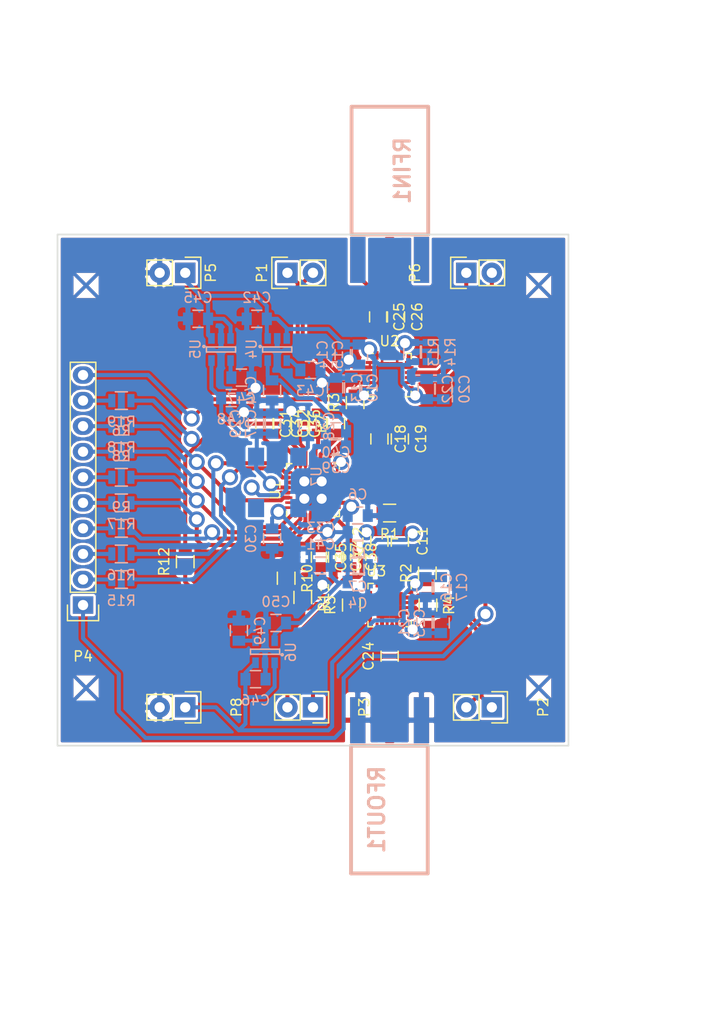
<source format=kicad_pcb>
(kicad_pcb (version 4) (host pcbnew 4.0.2-stable)
  (layers (0 F.Cu signal hide) (31 B.Cu signal) (34 B.Paste user) (35 F.Paste user) (36 B.SilkS user) (37 F.SilkS user) (38 B.Mask user) (39 F.Mask user) (44 Edge.Cuts user))
  (net 0 "")
  (net 1 GND)
  (net 2 "Net-(C11-Pad1)")
  (net 3 "Net-(C12-Pad1)")
  (net 4 "Net-(C18-Pad1)")
  (net 5 "Net-(C19-Pad1)")
  (net 6 "Net-(C24-Pad1)")
  (net 7 "Net-(C24-Pad2)")
  (net 8 "Net-(C25-Pad2)")
  (net 9 "Net-(C26-Pad2)")
  (net 10 /SD_MOD)
  (net 11 //EN_DEMOD)
  (net 12 /VCC_RF)
  (net 13 /5V)
  (net 14 "Net-(C25-Pad1)")
  (net 15 "Net-(C26-Pad1)")
  (net 16 /VCC_DIG)
  (net 17 "Net-(C28-Pad1)")
  (net 18 /VCC_PLL)
  (net 19 "Net-(C31-Pad2)")
  (net 20 "Net-(C32-Pad2)")
  (net 21 /TUNE)
  (net 22 "Net-(C35-Pad1)")
  (net 23 "Net-(C35-Pad2)")
  (net 24 "Net-(C36-Pad1)")
  (net 25 "Net-(C43-Pad1)")
  (net 26 "Net-(C47-Pad1)")
  (net 27 "Net-(C49-Pad1)")
  (net 28 /ENABLE)
  (net 29 /LD)
  (net 30 /LE)
  (net 31 /CE)
  (net 32 /DATA)
  (net 33 /CLK)
  (net 34 /MUX_OUT)
  (net 35 "Net-(R6-Pad1)")
  (net 36 "Net-(R7-Pad2)")
  (net 37 "Net-(R8-Pad1)")
  (net 38 "Net-(R9-Pad1)")
  (net 39 "Net-(R10-Pad2)")
  (net 40 "Net-(R13-Pad2)")
  (net 41 /5V_MOD)
  (net 42 "Net-(P4-Pad2)")
  (net 43 "Net-(P4-Pad8)")
  (net 44 /MOD_N)
  (net 45 /MOD_P)
  (net 46 /DEMOD_N)
  (net 47 /DEMOD_P)
  (net 48 /DEMOD_I_N)
  (net 49 /DEMOD_I_P)
  (net 50 /MOD_I_N)
  (net 51 /MOD_I_P)
  (net 52 /MOD_Q_P)
  (net 53 /MOD_Q_N)
  (net 54 /DEMOD_Q_P)
  (net 55 /DEMOD_Q_N)
  (net 56 "Net-(P4-Pad3)")
  (net 57 "Net-(P4-Pad5)")
  (net 58 "Net-(P4-Pad9)")
  (module Housings_DFN_QFN:QFN-24-1EP_4x4mm_Pitch0.5mm (layer F.Cu) (at 170.18 111.76 270)
    (fp_text reference U3 (at -3.3655 1.3335 360) (layer F.SilkS))
    (fp_text value ADL5375)
    (pad 1 smd rect (at -2.05 -1.25 270) (size 0.6 0.3) (layers F.Cu F.Paste F.Mask) (net 10 /SD_MOD))
    (pad 2 smd rect (at -1.95 -0.75 270) (size 0.85 0.3) (layers F.Cu F.Paste F.Mask) (net 1 GND))
    (pad 3 smd rect (at -1.95 -0.25 270) (size 0.85 0.3) (layers F.Cu F.Paste F.Mask) (net 2 "Net-(C11-Pad1)"))
    (pad 4 smd rect (at -1.95 0.25 270) (size 0.85 0.3) (layers F.Cu F.Paste F.Mask) (net 3 "Net-(C12-Pad1)"))
    (pad 5 smd rect (at -1.95 0.75 270) (size 0.85 0.3) (layers F.Cu F.Paste F.Mask) (net 1 GND))
    (pad 6 smd rect (at -2.05 1.25 270) (size 0.6 0.3) (layers F.Cu F.Paste F.Mask))
    (pad 7 smd rect (at -1.25 2.05) (size 0.6 0.3) (layers F.Cu F.Paste F.Mask))
    (pad 8 smd rect (at -0.75 1.95) (size 0.85 0.3) (layers F.Cu F.Paste F.Mask) (net 1 GND))
    (pad 9 smd rect (at -0.25 1.95) (size 0.85 0.3) (layers F.Cu F.Paste F.Mask) (net 53 /MOD_Q_N))
    (pad 10 smd rect (at 0.25 1.95) (size 0.85 0.3) (layers F.Cu F.Paste F.Mask) (net 52 /MOD_Q_P))
    (pad 11 smd rect (at 0.75 1.95) (size 0.85 0.3) (layers F.Cu F.Paste F.Mask) (net 1 GND))
    (pad 12 smd rect (at 1.25 2.05) (size 0.6 0.3) (layers F.Cu F.Paste F.Mask) (net 1 GND))
    (pad 13 smd rect (at 2.05 1.25 270) (size 0.6 0.3) (layers F.Cu F.Paste F.Mask))
    (pad 14 smd rect (at 1.95 0.75 270) (size 0.85 0.3) (layers F.Cu F.Paste F.Mask) (net 1 GND))
    (pad 15 smd rect (at 1.95 0.25 270) (size 0.85 0.3) (layers F.Cu F.Paste F.Mask))
    (pad 16 smd rect (at 1.95 -0.25 270) (size 0.85 0.3) (layers F.Cu F.Paste F.Mask) (net 7 "Net-(C24-Pad2)"))
    (pad 17 smd rect (at 1.95 -0.75 270) (size 0.85 0.3) (layers F.Cu F.Paste F.Mask) (net 1 GND))
    (pad 18 smd rect (at 2.05 -1.25 270) (size 0.6 0.3) (layers F.Cu F.Paste F.Mask) (net 41 /5V_MOD))
    (pad 19 smd rect (at 1.25 -2.05) (size 0.6 0.3) (layers F.Cu F.Paste F.Mask) (net 1 GND))
    (pad 20 smd rect (at 0.75 -1.95) (size 0.85 0.3) (layers F.Cu F.Paste F.Mask) (net 1 GND))
    (pad 21 smd rect (at 0.25 -1.95) (size 0.85 0.3) (layers F.Cu F.Paste F.Mask) (net 51 /MOD_I_P))
    (pad 22 smd rect (at -0.25 -1.95) (size 0.85 0.3) (layers F.Cu F.Paste F.Mask) (net 50 /MOD_I_N))
    (pad 23 smd rect (at -0.75 -1.95) (size 0.85 0.3) (layers F.Cu F.Paste F.Mask) (net 1 GND))
    (pad 24 smd rect (at -1.25 -2.05) (size 0.6 0.3) (layers F.Cu F.Paste F.Mask) (net 41 /5V_MOD))
    (pad 25 smd rect (at 0.65 0.65 270) (size 1.3 1.3) (layers F.Cu F.Paste F.Mask) (net 1 GND))
    (pad 25 smd rect (at 0.65 -0.65 270) (size 1.3 1.3) (layers F.Cu F.Paste F.Mask) (net 1 GND))
    (pad 25 smd rect (at -0.65 0.65 270) (size 1.3 1.3) (layers F.Cu F.Paste F.Mask) (net 1 GND))
    (pad 25 smd rect (at -0.65 -0.65 270) (size 1.3 1.3) (layers F.Cu F.Paste F.Mask) (net 1 GND))
  )
  (module Housings_DFN_QFN:QFN-32-1EP_5x5mm_Pitch0.5mm (layer F.Cu) (at 162.56 100.33 90)
    (fp_text reference U1 (at 0 -3.75 90) (layer F.SilkS))
    (fp_text value MAX2870)
    (pad 1 smd rect (at -2.4 -1.75 90) (size 0.7 0.25) (layers F.Cu F.Paste F.Mask) (net 35 "Net-(R6-Pad1)"))
    (pad 2 smd rect (at -2.4 -1.25 90) (size 0.7 0.25) (layers F.Cu F.Paste F.Mask) (net 37 "Net-(R8-Pad1)"))
    (pad 3 smd rect (at -2.4 -0.75 90) (size 0.7 0.25) (layers F.Cu F.Paste F.Mask) (net 38 "Net-(R9-Pad1)"))
    (pad 4 smd rect (at -2.4 -0.25 90) (size 0.7 0.25) (layers F.Cu F.Paste F.Mask) (net 31 /CE))
    (pad 5 smd rect (at -2.4 0.25 90) (size 0.7 0.25) (layers F.Cu F.Paste F.Mask) (net 39 "Net-(R10-Pad2)"))
    (pad 6 smd rect (at -2.4 0.75 90) (size 0.7 0.25) (layers F.Cu F.Paste F.Mask) (net 18 /VCC_PLL))
    (pad 7 smd rect (at -2.4 1.25 90) (size 0.7 0.25) (layers F.Cu F.Paste F.Mask) (net 22 "Net-(C35-Pad1)"))
    (pad 8 smd rect (at -2.4 1.75 90) (size 0.7 0.25) (layers F.Cu F.Paste F.Mask) (net 1 GND))
    (pad 9 smd rect (at -1.75 2.4 180) (size 0.7 0.25) (layers F.Cu F.Paste F.Mask) (net 1 GND))
    (pad 10 smd rect (at -1.25 2.4 180) (size 0.7 0.25) (layers F.Cu F.Paste F.Mask) (net 18 /VCC_PLL))
    (pad 11 smd rect (at -0.75 2.4 180) (size 0.7 0.25) (layers F.Cu F.Paste F.Mask) (net 1 GND))
    (pad 12 smd rect (at -0.25 2.4 180) (size 0.7 0.25) (layers F.Cu F.Paste F.Mask) (net 45 /MOD_P))
    (pad 13 smd rect (at 0.25 2.4 180) (size 0.7 0.25) (layers F.Cu F.Paste F.Mask) (net 44 /MOD_N))
    (pad 14 smd rect (at 0.75 2.4 180) (size 0.7 0.25) (layers F.Cu F.Paste F.Mask) (net 47 /DEMOD_P))
    (pad 15 smd rect (at 1.25 2.4 180) (size 0.7 0.25) (layers F.Cu F.Paste F.Mask) (net 46 /DEMOD_N))
    (pad 16 smd rect (at 1.75 2.4 180) (size 0.7 0.25) (layers F.Cu F.Paste F.Mask) (net 12 /VCC_RF))
    (pad 17 smd rect (at 2.4 1.75 90) (size 0.7 0.25) (layers F.Cu F.Paste F.Mask) (net 12 /VCC_RF))
    (pad 18 smd rect (at 2.4 1.25 90) (size 0.7 0.25) (layers F.Cu F.Paste F.Mask) (net 1 GND))
    (pad 19 smd rect (at 2.4 0.75 90) (size 0.7 0.25) (layers F.Cu F.Paste F.Mask) (net 24 "Net-(C36-Pad1)"))
    (pad 20 smd rect (at 2.4 0.25 90) (size 0.7 0.25) (layers F.Cu F.Paste F.Mask) (net 21 /TUNE))
    (pad 21 smd rect (at 2.4 -0.25 90) (size 0.7 0.25) (layers F.Cu F.Paste F.Mask) (net 1 GND))
    (pad 22 smd rect (at 2.4 -0.75 90) (size 0.7 0.25) (layers F.Cu F.Paste F.Mask) (net 36 "Net-(R7-Pad2)"))
    (pad 23 smd rect (at 2.4 -1.25 90) (size 0.7 0.25) (layers F.Cu F.Paste F.Mask) (net 20 "Net-(C32-Pad2)"))
    (pad 24 smd rect (at 2.4 -1.75 90) (size 0.7 0.25) (layers F.Cu F.Paste F.Mask) (net 19 "Net-(C31-Pad2)"))
    (pad 25 smd rect (at 1.75 -2.4 180) (size 0.7 0.25) (layers F.Cu F.Paste F.Mask) (net 29 /LD))
    (pad 26 smd rect (at 1.25 -2.4 180) (size 0.7 0.25) (layers F.Cu F.Paste F.Mask) (net 28 /ENABLE))
    (pad 27 smd rect (at 0.75 -2.4 180) (size 0.7 0.25) (layers F.Cu F.Paste F.Mask) (net 1 GND))
    (pad 28 smd rect (at 0.25 -2.4 180) (size 0.7 0.25) (layers F.Cu F.Paste F.Mask) (net 16 /VCC_DIG))
    (pad 29 smd rect (at -0.25 -2.4 180) (size 0.7 0.25) (layers F.Cu F.Paste F.Mask) (net 17 "Net-(C28-Pad1)"))
    (pad 30 smd rect (at -0.75 -2.4 180) (size 0.7 0.25) (layers F.Cu F.Paste F.Mask) (net 34 /MUX_OUT))
    (pad 31 smd rect (at -1.25 -2.4 180) (size 0.7 0.25) (layers F.Cu F.Paste F.Mask) (net 1 GND))
    (pad 32 smd rect (at -1.75 -2.4 180) (size 0.7 0.25) (layers F.Cu F.Paste F.Mask) (net 18 /VCC_PLL))
    (pad 33 smd rect (at 0.8625 0.8625 90) (size 1.725 1.725) (layers F.Cu F.Paste F.Mask) (net 1 GND))
    (pad 33 smd rect (at 0.8625 -0.8625 90) (size 1.725 1.725) (layers F.Cu F.Paste F.Mask) (net 1 GND))
    (pad 33 smd rect (at -0.8625 0.8625 90) (size 1.725 1.725) (layers F.Cu F.Paste F.Mask) (net 1 GND))
    (pad 33 smd rect (at -0.8625 -0.8625 90) (size 1.725 1.725) (layers F.Cu F.Paste F.Mask) (net 1 GND))
  )
  (module SMA_EDGE:SMA_EDGE (layer B.Cu) (at 171.45 68.58 90)
    (fp_text reference RFIN1 (at 0 0 90) (layer B.SilkS) (effects (font (thickness 0.3048)) (justify mirror)))
    (fp_text value SMA hide)
    (pad 0 connect rect (at -8.8773 1.89484 90) (size 4.572 1.524) (layers *.Cu B.Mask) (net 14 "Net-(C25-Pad1)"))
    (pad 1 connect trapezoid (at -6.858 -1.27 90) (size 0.50038 1.39954) (rect_delta 0.59944 0) (layers F.Cu B.Mask) (net 15 "Net-(C26-Pad1)"))
    (pad 2 connect rect (at -8.8773 -4.42976 90) (size 4.572 1.524) (layers *.Cu B.Mask) (net 14 "Net-(C25-Pad1)"))
    (pad 1 connect rect (at -9.144 -1.27 90) (size 4.07162 1.99898) (layers F.Cu B.Mask) (net 15 "Net-(C26-Pad1)"))
  )
  (module SMA_EDGE:SMA_EDGE (layer B.Cu) (at 168.91 132.08 270)
    (fp_text reference RFOUT1 (at 0 0 270) (layer B.SilkS) (effects (font (thickness 0.3048)) (justify mirror)))
    (fp_text value SMA hide)
    (pad 0 connect rect (at -8.8773 1.89484 270) (size 4.572 1.524) (layers *.Cu B.Mask) (net 1 GND))
    (pad 1 connect trapezoid (at -6.858 -1.27 270) (size 0.50038 1.39954) (rect_delta 0.59944 0) (layers F.Cu B.Mask) (net 6 "Net-(C24-Pad1)"))
    (pad 2 connect rect (at -8.8773 -4.42976 270) (size 4.572 1.524) (layers *.Cu B.Mask) (net 1 GND))
    (pad 1 connect rect (at -9.144 -1.27 270) (size 4.07162 1.99898) (layers F.Cu B.Mask) (net 6 "Net-(C24-Pad1)"))
  )
  (module Pin_Headers:Pin_Header_Straight_1x02 (layer F.Cu) (at 149.86 78.74 270)
    (fp_text reference P5 (at 0 -2.54 270) (layer F.SilkS))
    (fp_text value CONN_01X02)
    (pad 1 thru_hole rect (at 0 0 270) (size 2.032 2.032) (drill 1.016) (layers *.Cu *.Mask) (net 13 /5V))
    (pad 2 thru_hole oval (at 0 2.54 270) (size 2.032 2.032) (drill 1.016) (layers *.Cu *.Mask) (net 1 GND))
  )
  (module TO_SOT_Packages_SMD:SOT-23-5 (layer B.Cu) (at 159.004 86.36 270)
    (fp_text reference U4 (at -0.05 2.55 270) (layer B.SilkS) (effects (justify mirror)))
    (fp_text value REG113)
    (pad 1 smd rect (at -1.1 0.95 270) (size 1.06 0.65) (layers B.Cu B.Paste B.Mask) (net 13 /5V))
    (pad 2 smd rect (at -1.1 0 270) (size 1.06 0.65) (layers B.Cu B.Paste B.Mask) (net 1 GND))
    (pad 3 smd rect (at -1.1 -0.95 270) (size 1.06 0.65) (layers B.Cu B.Paste B.Mask) (net 13 /5V))
    (pad 4 smd rect (at 1.1 -0.95 270) (size 1.06 0.65) (layers B.Cu B.Paste B.Mask) (net 25 "Net-(C43-Pad1)"))
    (pad 5 smd rect (at 1.1 0.95 270) (size 1.06 0.65) (layers B.Cu B.Paste B.Mask) (net 12 /VCC_RF))
  )
  (module TO_SOT_Packages_SMD:SOT-23-5 (layer B.Cu) (at 153.416 86.36 270)
    (fp_text reference U5 (at -0.05 2.55 270) (layer B.SilkS) (effects (justify mirror)))
    (fp_text value REG113)
    (pad 1 smd rect (at -1.1 0.95 270) (size 1.06 0.65) (layers B.Cu B.Paste B.Mask) (net 13 /5V))
    (pad 2 smd rect (at -1.1 0 270) (size 1.06 0.65) (layers B.Cu B.Paste B.Mask) (net 1 GND))
    (pad 3 smd rect (at -1.1 -0.95 270) (size 1.06 0.65) (layers B.Cu B.Paste B.Mask) (net 13 /5V))
    (pad 4 smd rect (at 1.1 -0.95 270) (size 1.06 0.65) (layers B.Cu B.Paste B.Mask) (net 26 "Net-(C47-Pad1)"))
    (pad 5 smd rect (at 1.1 0.95 270) (size 1.06 0.65) (layers B.Cu B.Paste B.Mask) (net 16 /VCC_DIG))
  )
  (module TO_SOT_Packages_SMD:SOT-23-5 (layer B.Cu) (at 157.7975 116.3955 90)
    (fp_text reference U6 (at -0.05 2.55 90) (layer B.SilkS) (effects (justify mirror)))
    (fp_text value REG113)
    (pad 1 smd rect (at -1.1 0.95 90) (size 1.06 0.65) (layers B.Cu B.Paste B.Mask) (net 41 /5V_MOD))
    (pad 2 smd rect (at -1.1 0 90) (size 1.06 0.65) (layers B.Cu B.Paste B.Mask) (net 1 GND))
    (pad 3 smd rect (at -1.1 -0.95 90) (size 1.06 0.65) (layers B.Cu B.Paste B.Mask) (net 41 /5V_MOD))
    (pad 4 smd rect (at 1.1 -0.95 90) (size 1.06 0.65) (layers B.Cu B.Paste B.Mask) (net 27 "Net-(C49-Pad1)"))
    (pad 5 smd rect (at 1.1 0.95 90) (size 1.06 0.65) (layers B.Cu B.Paste B.Mask) (net 18 /VCC_PLL))
  )
  (module Capacitors_SMD:C_0805 (layer B.Cu) (at 167.005 109.474)
    (fp_text reference C4 (at 0 2.1) (layer B.SilkS) (effects (justify mirror)))
    (fp_text value 0.1u)
    (pad 1 smd rect (at -1 0) (size 1 1.25) (layers B.Cu B.Paste B.Mask) (net 18 /VCC_PLL))
    (pad 2 smd rect (at 1 0) (size 1 1.25) (layers B.Cu B.Paste B.Mask) (net 1 GND))
  )
  (module Capacitors_SMD:C_0805 (layer B.Cu) (at 167.005 102.87 180)
    (fp_text reference C6 (at 0 2.1 180) (layer B.SilkS) (effects (justify mirror)))
    (fp_text value 120p)
    (pad 1 smd rect (at -1 0 180) (size 1 1.25) (layers B.Cu B.Paste B.Mask) (net 1 GND))
    (pad 2 smd rect (at 1 0 180) (size 1 1.25) (layers B.Cu B.Paste B.Mask) (net 18 /VCC_PLL))
  )
  (module Capacitors_SMD:C_0805 (layer B.Cu) (at 167.005 107.823)
    (fp_text reference C7 (at 0 2.1) (layer B.SilkS) (effects (justify mirror)))
    (fp_text value 120p)
    (pad 1 smd rect (at -1 0) (size 1 1.25) (layers B.Cu B.Paste B.Mask) (net 18 /VCC_PLL))
    (pad 2 smd rect (at 1 0) (size 1 1.25) (layers B.Cu B.Paste B.Mask) (net 1 GND))
  )
  (module Capacitors_SMD:C_0805 (layer B.Cu) (at 166.37 90.17 90)
    (fp_text reference C10 (at 0 2.1 90) (layer B.SilkS) (effects (justify mirror)))
    (fp_text value 0.1u)
    (pad 1 smd rect (at -1 0 90) (size 1 1.25) (layers B.Cu B.Paste B.Mask) (net 13 /5V))
    (pad 2 smd rect (at 1 0 90) (size 1 1.25) (layers B.Cu B.Paste B.Mask) (net 1 GND))
  )
  (module Capacitors_SMD:C_0805 (layer F.Cu) (at 171.196 105.41 90)
    (fp_text reference C11 (at 0 2.25 90) (layer F.SilkS))
    (fp_text value 1n)
    (pad 1 smd rect (at -1 0 90) (size 1 1.25) (layers F.Cu F.Paste F.Mask) (net 2 "Net-(C11-Pad1)"))
    (pad 2 smd rect (at 1 0 90) (size 1 1.25) (layers F.Cu F.Paste F.Mask) (net 44 /MOD_N))
  )
  (module Capacitors_SMD:C_0805 (layer F.Cu) (at 169.164 105.41 90)
    (fp_text reference C12 (at 0 -2.1 90) (layer F.SilkS))
    (fp_text value 1n)
    (pad 1 smd rect (at -1 0 90) (size 1 1.25) (layers F.Cu F.Paste F.Mask) (net 3 "Net-(C12-Pad1)"))
    (pad 2 smd rect (at 1 0 90) (size 1 1.25) (layers F.Cu F.Paste F.Mask) (net 45 /MOD_P))
  )
  (module Capacitors_SMD:C_0805 (layer B.Cu) (at 164.846 90.17 90)
    (fp_text reference C13 (at 0 2.1 90) (layer B.SilkS) (effects (justify mirror)))
    (fp_text value 100p)
    (pad 1 smd rect (at -1 0 90) (size 1 1.25) (layers B.Cu B.Paste B.Mask) (net 13 /5V))
    (pad 2 smd rect (at 1 0 90) (size 1 1.25) (layers B.Cu B.Paste B.Mask) (net 1 GND))
  )
  (module Capacitors_SMD:C_0805 (layer B.Cu) (at 165.608 86.868 270)
    (fp_text reference C14 (at 0 2.1 270) (layer B.SilkS) (effects (justify mirror)))
    (fp_text value 0.1u)
    (pad 1 smd rect (at -1 0 270) (size 1 1.25) (layers B.Cu B.Paste B.Mask) (net 13 /5V))
    (pad 2 smd rect (at 1 0 270) (size 1 1.25) (layers B.Cu B.Paste B.Mask) (net 1 GND))
  )
  (module Capacitors_SMD:C_0805 (layer B.Cu) (at 167.132 86.868 270)
    (fp_text reference C15 (at 0 2.1 270) (layer B.SilkS) (effects (justify mirror)))
    (fp_text value 100p)
    (pad 1 smd rect (at -1 0 270) (size 1 1.25) (layers B.Cu B.Paste B.Mask) (net 13 /5V))
    (pad 2 smd rect (at 1 0 270) (size 1 1.25) (layers B.Cu B.Paste B.Mask) (net 1 GND))
  )
  (module Capacitors_SMD:C_0805 (layer B.Cu) (at 173.736 109.982 90)
    (fp_text reference C16 (at 0 2.1 90) (layer B.SilkS) (effects (justify mirror)))
    (fp_text value 0.1u)
    (pad 1 smd rect (at -1 0 90) (size 1 1.25) (layers B.Cu B.Paste B.Mask) (net 1 GND))
    (pad 2 smd rect (at 1 0 90) (size 1 1.25) (layers B.Cu B.Paste B.Mask) (net 41 /5V_MOD))
  )
  (module Capacitors_SMD:C_0805 (layer B.Cu) (at 175.26 109.982 90)
    (fp_text reference C17 (at 0 2.1 90) (layer B.SilkS) (effects (justify mirror)))
    (fp_text value 100p)
    (pad 1 smd rect (at -1 0 90) (size 1 1.25) (layers B.Cu B.Paste B.Mask) (net 1 GND))
    (pad 2 smd rect (at 1 0 90) (size 1 1.25) (layers B.Cu B.Paste B.Mask) (net 41 /5V_MOD))
  )
  (module Capacitors_SMD:C_0805 (layer F.Cu) (at 169.164 95.25 270)
    (fp_text reference C18 (at 0 -2.1 270) (layer F.SilkS))
    (fp_text value 100p)
    (pad 1 smd rect (at -1 0 270) (size 1 1.25) (layers F.Cu F.Paste F.Mask) (net 4 "Net-(C18-Pad1)"))
    (pad 2 smd rect (at 1 0 270) (size 1 1.25) (layers F.Cu F.Paste F.Mask) (net 46 /DEMOD_N))
  )
  (module Capacitors_SMD:C_0805 (layer F.Cu) (at 171.196 95.25 270)
    (fp_text reference C19 (at 0 -2.1 270) (layer F.SilkS))
    (fp_text value 100p)
    (pad 1 smd rect (at -1 0 270) (size 1 1.25) (layers F.Cu F.Paste F.Mask) (net 5 "Net-(C19-Pad1)"))
    (pad 2 smd rect (at 1 0 270) (size 1 1.25) (layers F.Cu F.Paste F.Mask) (net 47 /DEMOD_P))
  )
  (module Capacitors_SMD:C_0805 (layer B.Cu) (at 175.514 90.297 90)
    (fp_text reference C20 (at 0 2.1 90) (layer B.SilkS) (effects (justify mirror)))
    (fp_text value 100p)
    (pad 1 smd rect (at -1 0 90) (size 1 1.25) (layers B.Cu B.Paste B.Mask) (net 13 /5V))
    (pad 2 smd rect (at 1 0 90) (size 1 1.25) (layers B.Cu B.Paste B.Mask) (net 1 GND))
  )
  (module Capacitors_SMD:C_0805 (layer B.Cu) (at 173.736 113.538 270)
    (fp_text reference C21 (at 0 2.1 270) (layer B.SilkS) (effects (justify mirror)))
    (fp_text value 100p)
    (pad 1 smd rect (at -1 0 270) (size 1 1.25) (layers B.Cu B.Paste B.Mask) (net 1 GND))
    (pad 2 smd rect (at 1 0 270) (size 1 1.25) (layers B.Cu B.Paste B.Mask) (net 41 /5V_MOD))
  )
  (module Capacitors_SMD:C_0805 (layer B.Cu) (at 173.863 90.297 90)
    (fp_text reference C22 (at 0 2.1 90) (layer B.SilkS) (effects (justify mirror)))
    (fp_text value 0.1u)
    (pad 1 smd rect (at -1 0 90) (size 1 1.25) (layers B.Cu B.Paste B.Mask) (net 13 /5V))
    (pad 2 smd rect (at 1 0 90) (size 1 1.25) (layers B.Cu B.Paste B.Mask) (net 1 GND))
  )
  (module Capacitors_SMD:C_0805 (layer B.Cu) (at 175.26 113.538 270)
    (fp_text reference C23 (at 0 2.1 270) (layer B.SilkS) (effects (justify mirror)))
    (fp_text value 0.1u)
    (pad 1 smd rect (at -1 0 270) (size 1 1.25) (layers B.Cu B.Paste B.Mask) (net 1 GND))
    (pad 2 smd rect (at 1 0 270) (size 1 1.25) (layers B.Cu B.Paste B.Mask) (net 41 /5V_MOD))
  )
  (module Capacitors_SMD:C_0805 (layer F.Cu) (at 170.18 116.84 90)
    (fp_text reference C24 (at 0 -2.1 90) (layer F.SilkS))
    (fp_text value 100p)
    (pad 1 smd rect (at -1 0 90) (size 1 1.25) (layers F.Cu F.Paste F.Mask) (net 6 "Net-(C24-Pad1)"))
    (pad 2 smd rect (at 1 0 90) (size 1 1.25) (layers F.Cu F.Paste F.Mask) (net 7 "Net-(C24-Pad2)"))
  )
  (module Capacitors_SMD:C_0805 (layer F.Cu) (at 169.037 83.1215 270)
    (fp_text reference C25 (at 0 -2.1 270) (layer F.SilkS))
    (fp_text value 100p)
    (pad 1 smd rect (at -1 0 270) (size 1 1.25) (layers F.Cu F.Paste F.Mask) (net 14 "Net-(C25-Pad1)"))
    (pad 2 smd rect (at 1 0 270) (size 1 1.25) (layers F.Cu F.Paste F.Mask) (net 8 "Net-(C25-Pad2)"))
  )
  (module Capacitors_SMD:C_0805 (layer F.Cu) (at 170.815 83.1215 270)
    (fp_text reference C26 (at 0 -2.1 270) (layer F.SilkS))
    (fp_text value 100p)
    (pad 1 smd rect (at -1 0 270) (size 1 1.25) (layers F.Cu F.Paste F.Mask) (net 15 "Net-(C26-Pad1)"))
    (pad 2 smd rect (at 1 0 270) (size 1 1.25) (layers F.Cu F.Paste F.Mask) (net 9 "Net-(C26-Pad2)"))
  )
  (module Capacitors_SMD:C_0805 (layer B.Cu) (at 158.496 93.726 270)
    (fp_text reference C27 (at 0 2.1 270) (layer B.SilkS) (effects (justify mirror)))
    (fp_text value 0.1u)
    (pad 1 smd rect (at -1 0 270) (size 1 1.25) (layers B.Cu B.Paste B.Mask) (net 1 GND))
    (pad 2 smd rect (at 1 0 270) (size 1 1.25) (layers B.Cu B.Paste B.Mask) (net 16 /VCC_DIG))
  )
  (module Capacitors_SMD:C_0805 (layer B.Cu) (at 162.052 93.98 90)
    (fp_text reference C28 (at 0 2.1 90) (layer B.SilkS) (effects (justify mirror)))
    (fp_text value 15p)
    (pad 1 smd rect (at -1 0 90) (size 1 1.25) (layers B.Cu B.Paste B.Mask) (net 17 "Net-(C28-Pad1)"))
    (pad 2 smd rect (at 1 0 90) (size 1 1.25) (layers B.Cu B.Paste B.Mask) (net 1 GND))
  )
  (module Capacitors_SMD:C_0805 (layer B.Cu) (at 156.972 93.726 270)
    (fp_text reference C29 (at 0 2.1 270) (layer B.SilkS) (effects (justify mirror)))
    (fp_text value 0.1u)
    (pad 1 smd rect (at -1 0 270) (size 1 1.25) (layers B.Cu B.Paste B.Mask) (net 1 GND))
    (pad 2 smd rect (at 1 0 270) (size 1 1.25) (layers B.Cu B.Paste B.Mask) (net 16 /VCC_DIG))
  )
  (module Capacitors_SMD:C_0805 (layer B.Cu) (at 158.496 105.156 270)
    (fp_text reference C30 (at 0 2.1 270) (layer B.SilkS) (effects (justify mirror)))
    (fp_text value 0.1u)
    (pad 1 smd rect (at -1 0 270) (size 1 1.25) (layers B.Cu B.Paste B.Mask) (net 18 /VCC_PLL))
    (pad 2 smd rect (at 1 0 270) (size 1 1.25) (layers B.Cu B.Paste B.Mask) (net 1 GND))
  )
  (module Capacitors_SMD:C_0805 (layer F.Cu) (at 157.734 93.726 270)
    (fp_text reference C31 (at 0 -2.1 270) (layer F.SilkS))
    (fp_text value C)
    (pad 1 smd rect (at -1 0 270) (size 1 1.25) (layers F.Cu F.Paste F.Mask) (net 1 GND))
    (pad 2 smd rect (at 1 0 270) (size 1 1.25) (layers F.Cu F.Paste F.Mask) (net 19 "Net-(C31-Pad2)"))
  )
  (module Capacitors_SMD:C_0805 (layer F.Cu) (at 159.512 93.726 270)
    (fp_text reference C32 (at 0 -2.1 270) (layer F.SilkS))
    (fp_text value C)
    (pad 1 smd rect (at -1 0 270) (size 1 1.25) (layers F.Cu F.Paste F.Mask) (net 1 GND))
    (pad 2 smd rect (at 1 0 270) (size 1 1.25) (layers F.Cu F.Paste F.Mask) (net 20 "Net-(C32-Pad2)"))
  )
  (module Capacitors_SMD:C_0805 (layer B.Cu) (at 163.322 106.172 180)
    (fp_text reference C33 (at 0 2.1 180) (layer B.SilkS) (effects (justify mirror)))
    (fp_text value 0.1u)
    (pad 1 smd rect (at -1 0 180) (size 1 1.25) (layers B.Cu B.Paste B.Mask) (net 18 /VCC_PLL))
    (pad 2 smd rect (at 1 0 180) (size 1 1.25) (layers B.Cu B.Paste B.Mask) (net 1 GND))
  )
  (module Capacitors_SMD:C_0805 (layer F.Cu) (at 163.068 93.726 90)
    (fp_text reference C34 (at 0 -2.1 90) (layer F.SilkS))
    (fp_text value C)
    (pad 1 smd rect (at -1 0 90) (size 1 1.25) (layers F.Cu F.Paste F.Mask) (net 21 /TUNE))
    (pad 2 smd rect (at 1 0 90) (size 1 1.25) (layers F.Cu F.Paste F.Mask) (net 1 GND))
  )
  (module Capacitors_SMD:C_0805 (layer F.Cu) (at 163.25 107 270)
    (fp_text reference C35 (at 0 -2.1 270) (layer F.SilkS))
    (fp_text value C)
    (pad 1 smd rect (at -1 0 270) (size 1 1.25) (layers F.Cu F.Paste F.Mask) (net 22 "Net-(C35-Pad1)"))
    (pad 2 smd rect (at 1 0 270) (size 1 1.25) (layers F.Cu F.Paste F.Mask) (net 23 "Net-(C35-Pad2)"))
  )
  (module Capacitors_SMD:C_0805 (layer F.Cu) (at 164.846 93.726 90)
    (fp_text reference C36 (at 0 -2.1 90) (layer F.SilkS))
    (fp_text value C)
    (pad 1 smd rect (at -1 0 90) (size 1 1.25) (layers F.Cu F.Paste F.Mask) (net 24 "Net-(C36-Pad1)"))
    (pad 2 smd rect (at 1 0 90) (size 1 1.25) (layers F.Cu F.Paste F.Mask) (net 1 GND))
  )
  (module Capacitors_SMD:C_0805 (layer F.Cu) (at 164.75 107 270)
    (fp_text reference C37 (at 0 -2.1 270) (layer F.SilkS))
    (fp_text value C)
    (pad 1 smd rect (at -1 0 270) (size 1 1.25) (layers F.Cu F.Paste F.Mask) (net 22 "Net-(C35-Pad1)"))
    (pad 2 smd rect (at 1 0 270) (size 1 1.25) (layers F.Cu F.Paste F.Mask) (net 1 GND))
  )
  (module Capacitors_SMD:C_0805 (layer F.Cu) (at 166.25 107 270)
    (fp_text reference C38 (at 0 -2.1 270) (layer F.SilkS))
    (fp_text value C)
    (pad 1 smd rect (at -1 0 270) (size 1 1.25) (layers F.Cu F.Paste F.Mask) (net 22 "Net-(C35-Pad1)"))
    (pad 2 smd rect (at 1 0 270) (size 1 1.25) (layers F.Cu F.Paste F.Mask) (net 1 GND))
  )
  (module Capacitors_SMD:C_0805 (layer B.Cu) (at 164.846 96.012)
    (fp_text reference C39 (at 0 2.1) (layer B.SilkS) (effects (justify mirror)))
    (fp_text value 0.1u)
    (pad 1 smd rect (at -1 0) (size 1 1.25) (layers B.Cu B.Paste B.Mask) (net 1 GND))
    (pad 2 smd rect (at 1 0) (size 1 1.25) (layers B.Cu B.Paste B.Mask) (net 12 /VCC_RF))
  )
  (module Capacitors_SMD:C_0805 (layer B.Cu) (at 164.846 94.488)
    (fp_text reference C40 (at 0 2.1) (layer B.SilkS) (effects (justify mirror)))
    (fp_text value 0.1u)
    (pad 1 smd rect (at -1 0) (size 1 1.25) (layers B.Cu B.Paste B.Mask) (net 1 GND))
    (pad 2 smd rect (at 1 0) (size 1 1.25) (layers B.Cu B.Paste B.Mask) (net 12 /VCC_RF))
  )
  (module Capacitors_SMD:C_0805 (layer B.Cu) (at 163.322 107.823 180)
    (fp_text reference C41 (at 0 2.1 180) (layer B.SilkS) (effects (justify mirror)))
    (fp_text value 0.1u)
    (pad 1 smd rect (at -1 0 180) (size 1 1.25) (layers B.Cu B.Paste B.Mask) (net 18 /VCC_PLL))
    (pad 2 smd rect (at 1 0 180) (size 1 1.25) (layers B.Cu B.Paste B.Mask) (net 1 GND))
  )
  (module Capacitors_SMD:C_0805 (layer B.Cu) (at 156.972 83.312 180)
    (fp_text reference C42 (at 0 2.1 180) (layer B.SilkS) (effects (justify mirror)))
    (fp_text value 0.1u)
    (pad 1 smd rect (at -1 0 180) (size 1 1.25) (layers B.Cu B.Paste B.Mask) (net 13 /5V))
    (pad 2 smd rect (at 1 0 180) (size 1 1.25) (layers B.Cu B.Paste B.Mask) (net 1 GND))
  )
  (module Capacitors_SMD:C_0805 (layer B.Cu) (at 162.306 88.392)
    (fp_text reference C43 (at 0 2.1) (layer B.SilkS) (effects (justify mirror)))
    (fp_text value 10n)
    (pad 1 smd rect (at -1 0) (size 1 1.25) (layers B.Cu B.Paste B.Mask) (net 25 "Net-(C43-Pad1)"))
    (pad 2 smd rect (at 1 0) (size 1 1.25) (layers B.Cu B.Paste B.Mask) (net 1 GND))
  )
  (module Capacitors_SMD:C_0805 (layer B.Cu) (at 158.496 90.424 270)
    (fp_text reference C44 (at 0 2.1 270) (layer B.SilkS) (effects (justify mirror)))
    (fp_text value 10u)
    (pad 1 smd rect (at -1 0 270) (size 1 1.25) (layers B.Cu B.Paste B.Mask) (net 12 /VCC_RF))
    (pad 2 smd rect (at 1 0 270) (size 1 1.25) (layers B.Cu B.Paste B.Mask) (net 1 GND))
  )
  (module Capacitors_SMD:C_0805 (layer B.Cu) (at 151.13 83.312 180)
    (fp_text reference C45 (at 0 2.1 180) (layer B.SilkS) (effects (justify mirror)))
    (fp_text value 0.1u)
    (pad 1 smd rect (at -1 0 180) (size 1 1.25) (layers B.Cu B.Paste B.Mask) (net 13 /5V))
    (pad 2 smd rect (at 1 0 180) (size 1 1.25) (layers B.Cu B.Paste B.Mask) (net 1 GND))
  )
  (module Capacitors_SMD:C_0805 (layer B.Cu) (at 156.845 119.126)
    (fp_text reference C46 (at 0 2.1) (layer B.SilkS) (effects (justify mirror)))
    (fp_text value 0.1u)
    (pad 1 smd rect (at -1 0) (size 1 1.25) (layers B.Cu B.Paste B.Mask) (net 41 /5V_MOD))
    (pad 2 smd rect (at 1 0) (size 1 1.25) (layers B.Cu B.Paste B.Mask) (net 1 GND))
  )
  (module Capacitors_SMD:C_0805 (layer B.Cu) (at 155.448 89.154)
    (fp_text reference C47 (at 0 2.1) (layer B.SilkS) (effects (justify mirror)))
    (fp_text value 10n)
    (pad 1 smd rect (at -1 0) (size 1 1.25) (layers B.Cu B.Paste B.Mask) (net 26 "Net-(C47-Pad1)"))
    (pad 2 smd rect (at 1 0) (size 1 1.25) (layers B.Cu B.Paste B.Mask) (net 1 GND))
  )
  (module Capacitors_SMD:C_0805 (layer B.Cu) (at 154.432 91.186)
    (fp_text reference C48 (at 0 2.1) (layer B.SilkS) (effects (justify mirror)))
    (fp_text value 10u)
    (pad 1 smd rect (at -1 0) (size 1 1.25) (layers B.Cu B.Paste B.Mask) (net 16 /VCC_DIG))
    (pad 2 smd rect (at 1 0) (size 1 1.25) (layers B.Cu B.Paste B.Mask) (net 1 GND))
  )
  (module Capacitors_SMD:C_0805 (layer B.Cu) (at 155.194 114.3 90)
    (fp_text reference C49 (at 0 2.1 90) (layer B.SilkS) (effects (justify mirror)))
    (fp_text value 10n)
    (pad 1 smd rect (at -1 0 90) (size 1 1.25) (layers B.Cu B.Paste B.Mask) (net 27 "Net-(C49-Pad1)"))
    (pad 2 smd rect (at 1 0 90) (size 1 1.25) (layers B.Cu B.Paste B.Mask) (net 1 GND))
  )
  (module Capacitors_SMD:C_0805 (layer B.Cu) (at 158.877 113.538 180)
    (fp_text reference C50 (at 0 2.1 180) (layer B.SilkS) (effects (justify mirror)))
    (fp_text value 10u)
    (pad 1 smd rect (at -1 0 180) (size 1 1.25) (layers B.Cu B.Paste B.Mask) (net 18 /VCC_PLL))
    (pad 2 smd rect (at 1 0 180) (size 1 1.25) (layers B.Cu B.Paste B.Mask) (net 1 GND))
  )
  (module Capacitors_SMD:C_0805 (layer B.Cu) (at 167.005 104.521)
    (fp_text reference L1 (at 0 2.1) (layer B.SilkS) (effects (justify mirror)))
    (fp_text value 3.9n)
    (pad 1 smd rect (at -1 0) (size 1 1.25) (layers B.Cu B.Paste B.Mask) (net 18 /VCC_PLL))
    (pad 2 smd rect (at 1 0) (size 1 1.25) (layers B.Cu B.Paste B.Mask) (net 45 /MOD_P))
  )
  (module Capacitors_SMD:C_0805 (layer B.Cu) (at 167.005 106.172)
    (fp_text reference L2 (at 0 2.1) (layer B.SilkS) (effects (justify mirror)))
    (fp_text value 3.9n)
    (pad 1 smd rect (at -1 0) (size 1 1.25) (layers B.Cu B.Paste B.Mask) (net 18 /VCC_PLL))
    (pad 2 smd rect (at 1 0) (size 1 1.25) (layers B.Cu B.Paste B.Mask) (net 44 /MOD_N))
  )
  (module Resistors_SMD:R_0805 (layer F.Cu) (at 170.18 102.616 180)
    (fp_text reference R1 (at 0 -2.1 180) (layer F.SilkS))
    (fp_text value DNP)
    (pad 1 smd rect (at -0.95 0 180) (size 0.7 1.3) (layers F.Cu F.Paste F.Mask) (net 44 /MOD_N))
    (pad 2 smd rect (at 0.95 0 180) (size 0.7 1.3) (layers F.Cu F.Paste F.Mask) (net 45 /MOD_P))
  )
  (module Resistors_SMD:R_0805 (layer F.Cu) (at 173.9265 108.585 90)
    (fp_text reference R2 (at 0 -2.1 90) (layer F.SilkS))
    (fp_text value 100k)
    (pad 1 smd rect (at -0.95 0 90) (size 0.7 1.3) (layers F.Cu F.Paste F.Mask) (net 41 /5V_MOD))
    (pad 2 smd rect (at 0.95 0 90) (size 0.7 1.3) (layers F.Cu F.Paste F.Mask) (net 10 /SD_MOD))
  )
  (module Resistors_SMD:R_0805 (layer F.Cu) (at 166.751 91.6305 90)
    (fp_text reference R3 (at 0 -2.1 90) (layer F.SilkS))
    (fp_text value 100k)
    (pad 1 smd rect (at -0.95 0 90) (size 0.7 1.3) (layers F.Cu F.Paste F.Mask) (net 11 //EN_DEMOD))
    (pad 2 smd rect (at 0.95 0 90) (size 0.7 1.3) (layers F.Cu F.Paste F.Mask) (net 13 /5V))
  )
  (module Resistors_SMD:R_0805 (layer F.Cu) (at 173.99 111.76 270)
    (fp_text reference R4 (at 0 -2.1 270) (layer F.SilkS))
    (fp_text value 100)
    (pad 1 smd rect (at -0.95 0 270) (size 0.7 1.3) (layers F.Cu F.Paste F.Mask) (net 50 /MOD_I_N))
    (pad 2 smd rect (at 0.95 0 270) (size 0.7 1.3) (layers F.Cu F.Paste F.Mask) (net 51 /MOD_I_P))
  )
  (module Resistors_SMD:R_0805 (layer F.Cu) (at 166.37 111.76 90)
    (fp_text reference R5 (at 0 -2.1 90) (layer F.SilkS))
    (fp_text value 100)
    (pad 1 smd rect (at -0.95 0 90) (size 0.7 1.3) (layers F.Cu F.Paste F.Mask) (net 52 /MOD_Q_P))
    (pad 2 smd rect (at 0.95 0 90) (size 0.7 1.3) (layers F.Cu F.Paste F.Mask) (net 53 /MOD_Q_N))
  )
  (module Resistors_SMD:R_0805 (layer B.Cu) (at 143.51 96.52 180)
    (fp_text reference R6 (at 0 2.1 180) (layer B.SilkS) (effects (justify mirror)))
    (fp_text value 100)
    (pad 1 smd rect (at -0.95 0 180) (size 0.7 1.3) (layers B.Cu B.Paste B.Mask) (net 35 "Net-(R6-Pad1)"))
    (pad 2 smd rect (at 0.95 0 180) (size 0.7 1.3) (layers B.Cu B.Paste B.Mask) (net 33 /CLK))
  )
  (module Resistors_SMD:R_0805 (layer F.Cu) (at 161.29 93.726 270)
    (fp_text reference R7 (at 0 -2.1 270) (layer F.SilkS))
    (fp_text value R)
    (pad 1 smd rect (at -0.95 0 270) (size 0.7 1.3) (layers F.Cu F.Paste F.Mask) (net 1 GND))
    (pad 2 smd rect (at 0.95 0 270) (size 0.7 1.3) (layers F.Cu F.Paste F.Mask) (net 36 "Net-(R7-Pad2)"))
  )
  (module Resistors_SMD:R_0805 (layer B.Cu) (at 143.51 99.06 180)
    (fp_text reference R8 (at 0 2.1 180) (layer B.SilkS) (effects (justify mirror)))
    (fp_text value 100)
    (pad 1 smd rect (at -0.95 0 180) (size 0.7 1.3) (layers B.Cu B.Paste B.Mask) (net 37 "Net-(R8-Pad1)"))
    (pad 2 smd rect (at 0.95 0 180) (size 0.7 1.3) (layers B.Cu B.Paste B.Mask) (net 32 /DATA))
  )
  (module Resistors_SMD:R_0805 (layer B.Cu) (at 143.51 104.14 180)
    (fp_text reference R9 (at 0 2.1 180) (layer B.SilkS) (effects (justify mirror)))
    (fp_text value 100)
    (pad 1 smd rect (at -0.95 0 180) (size 0.7 1.3) (layers B.Cu B.Paste B.Mask) (net 38 "Net-(R9-Pad1)"))
    (pad 2 smd rect (at 0.95 0 180) (size 0.7 1.3) (layers B.Cu B.Paste B.Mask) (net 30 /LE))
  )
  (module Resistors_SMD:R_0805 (layer F.Cu) (at 159.893 109.093 270)
    (fp_text reference R10 (at 0 -2.1 270) (layer F.SilkS))
    (fp_text value R)
    (pad 1 smd rect (at -0.95 0 270) (size 0.7 1.3) (layers F.Cu F.Paste F.Mask) (net 23 "Net-(C35-Pad2)"))
    (pad 2 smd rect (at 0.95 0 270) (size 0.7 1.3) (layers F.Cu F.Paste F.Mask) (net 39 "Net-(R10-Pad2)"))
  )
  (module Resistors_SMD:R_0805 (layer F.Cu) (at 161.544 110.998 270)
    (fp_text reference R11 (at 0 -2.1 270) (layer F.SilkS))
    (fp_text value R)
    (pad 1 smd rect (at -0.95 0 270) (size 0.7 1.3) (layers F.Cu F.Paste F.Mask) (net 39 "Net-(R10-Pad2)"))
    (pad 2 smd rect (at 0.95 0 270) (size 0.7 1.3) (layers F.Cu F.Paste F.Mask) (net 1 GND))
  )
  (module Resistors_SMD:R_0805 (layer F.Cu) (at 149.86 107.442 90)
    (fp_text reference R12 (at 0 -2.1 90) (layer F.SilkS))
    (fp_text value R)
    (pad 1 smd rect (at -0.95 0 90) (size 0.7 1.3) (layers F.Cu F.Paste F.Mask) (net 22 "Net-(C35-Pad1)"))
    (pad 2 smd rect (at 0.95 0 90) (size 0.7 1.3) (layers F.Cu F.Paste F.Mask) (net 21 /TUNE))
  )
  (module Resistors_SMD:R_0805 (layer B.Cu) (at 172.466 86.614 90)
    (fp_text reference R13 (at 0 2.1 90) (layer B.SilkS) (effects (justify mirror)))
    (fp_text value R)
    (pad 1 smd rect (at -0.95 0 90) (size 0.7 1.3) (layers B.Cu B.Paste B.Mask) (net 13 /5V))
    (pad 2 smd rect (at 0.95 0 90) (size 0.7 1.3) (layers B.Cu B.Paste B.Mask) (net 40 "Net-(R13-Pad2)"))
  )
  (module Resistors_SMD:R_0805 (layer B.Cu) (at 174.117 86.614 90)
    (fp_text reference R14 (at 0 2.1 90) (layer B.SilkS) (effects (justify mirror)))
    (fp_text value R)
    (pad 1 smd rect (at -0.95 0 90) (size 0.7 1.3) (layers B.Cu B.Paste B.Mask) (net 1 GND))
    (pad 2 smd rect (at 0.95 0 90) (size 0.7 1.3) (layers B.Cu B.Paste B.Mask) (net 40 "Net-(R13-Pad2)"))
  )
  (module Pin_Headers:Pin_Header_Straight_1x02 (layer F.Cu) (at 149.86 121.92 270)
    (fp_text reference P8 (at 0 -5.1 270) (layer F.SilkS))
    (fp_text value CONN_01X02)
    (pad 1 thru_hole rect (at 0 0 270) (size 2.032 2.032) (drill 1.016) (layers *.Cu *.Mask) (net 41 /5V_MOD))
    (pad 2 thru_hole oval (at 0 2.54 270) (size 2.032 2.032) (drill 1.016) (layers *.Cu *.Mask) (net 1 GND))
  )
  (module Resistors_SMD:R_0805 (layer B.Cu) (at 143.51 109.22)
    (fp_text reference R15 (at 0 2.1) (layer B.SilkS) (effects (justify mirror)))
    (fp_text value 100)
    (pad 1 smd rect (at -0.95 0) (size 0.7 1.3) (layers B.Cu B.Paste B.Mask) (net 42 "Net-(P4-Pad2)"))
    (pad 2 smd rect (at 0.95 0) (size 0.7 1.3) (layers B.Cu B.Paste B.Mask) (net 28 /ENABLE))
  )
  (module Resistors_SMD:R_0805 (layer B.Cu) (at 143.51 106.68)
    (fp_text reference R16 (at 0 2.1) (layer B.SilkS) (effects (justify mirror)))
    (fp_text value 100)
    (pad 1 smd rect (at -0.95 0) (size 0.7 1.3) (layers B.Cu B.Paste B.Mask) (net 56 "Net-(P4-Pad3)"))
    (pad 2 smd rect (at 0.95 0) (size 0.7 1.3) (layers B.Cu B.Paste B.Mask) (net 29 /LD))
  )
  (module Resistors_SMD:R_0805 (layer B.Cu) (at 143.51 101.6)
    (fp_text reference R17 (at 0 2.1) (layer B.SilkS) (effects (justify mirror)))
    (fp_text value 100)
    (pad 1 smd rect (at -0.95 0) (size 0.7 1.3) (layers B.Cu B.Paste B.Mask) (net 57 "Net-(P4-Pad5)"))
    (pad 2 smd rect (at 0.95 0) (size 0.7 1.3) (layers B.Cu B.Paste B.Mask) (net 31 /CE))
  )
  (module Resistors_SMD:R_0805 (layer B.Cu) (at 143.51 93.98)
    (fp_text reference R18 (at 0 2.1) (layer B.SilkS) (effects (justify mirror)))
    (fp_text value 100)
    (pad 1 smd rect (at -0.95 0) (size 0.7 1.3) (layers B.Cu B.Paste B.Mask) (net 43 "Net-(P4-Pad8)"))
    (pad 2 smd rect (at 0.95 0) (size 0.7 1.3) (layers B.Cu B.Paste B.Mask) (net 34 /MUX_OUT))
  )
  (module Resistors_SMD:R_0805 (layer B.Cu) (at 143.51 91.44)
    (fp_text reference R19 (at 0 2.1) (layer B.SilkS) (effects (justify mirror)))
    (fp_text value 100)
    (pad 1 smd rect (at -0.95 0) (size 0.7 1.3) (layers B.Cu B.Paste B.Mask) (net 58 "Net-(P4-Pad9)"))
    (pad 2 smd rect (at 0.95 0) (size 0.7 1.3) (layers B.Cu B.Paste B.Mask) (net 21 /TUNE))
  )
  (module elepaja:OSC_7X5mm (layer B.Cu) (at 159.004 99.568 270)
    (fp_text reference U7 (at -0.6 -3.9 270) (layer B.SilkS) (effects (justify mirror)))
    (fp_text value CFPS-73)
    (pad 2 smd rect (at 2.55 -2.1 270) (size 1.8 1.6) (layers B.Cu B.Paste B.Mask) (net 1 GND))
    (pad 1 smd rect (at 2.55 2.1 270) (size 1.8 1.6) (layers B.Cu B.Paste B.Mask))
    (pad 3 smd rect (at -2.55 -2.1 270) (size 1.8 1.6) (layers B.Cu B.Paste B.Mask) (net 17 "Net-(C28-Pad1)"))
    (pad 4 smd rect (at -2.55 2.1 270) (size 1.8 1.6) (layers B.Cu B.Paste B.Mask) (net 16 /VCC_DIG))
  )
  (module Housings_DFN_QFN:QFN-24-1EP_4x4mm_Pitch0.5mm (layer F.Cu) (at 170.18 88.9)
    (fp_text reference U2 (at 0 -3.375) (layer F.SilkS))
    (fp_text value ADL5380)
    (pad 1 smd rect (at -1.95 -1.25) (size 0.85 0.3) (layers F.Cu F.Paste F.Mask) (net 1 GND))
    (pad 2 smd rect (at -1.95 -0.75) (size 0.85 0.3) (layers F.Cu F.Paste F.Mask) (net 1 GND))
    (pad 3 smd rect (at -1.95 -0.25) (size 0.85 0.3) (layers F.Cu F.Paste F.Mask) (net 49 /DEMOD_I_P))
    (pad 4 smd rect (at -1.95 0.25) (size 0.85 0.3) (layers F.Cu F.Paste F.Mask) (net 48 /DEMOD_I_N))
    (pad 5 smd rect (at -1.95 0.75) (size 0.85 0.3) (layers F.Cu F.Paste F.Mask) (net 1 GND))
    (pad 6 smd rect (at -1.95 1.25) (size 0.85 0.3) (layers F.Cu F.Paste F.Mask) (net 13 /5V))
    (pad 7 smd rect (at -1.25 1.95 90) (size 0.85 0.3) (layers F.Cu F.Paste F.Mask) (net 11 //EN_DEMOD))
    (pad 8 smd rect (at -0.75 1.95 90) (size 0.85 0.3) (layers F.Cu F.Paste F.Mask) (net 1 GND))
    (pad 9 smd rect (at -0.25 1.95 90) (size 0.85 0.3) (layers F.Cu F.Paste F.Mask) (net 4 "Net-(C18-Pad1)"))
    (pad 10 smd rect (at 0.25 1.95 90) (size 0.85 0.3) (layers F.Cu F.Paste F.Mask) (net 5 "Net-(C19-Pad1)"))
    (pad 11 smd rect (at 0.75 1.95 90) (size 0.85 0.3) (layers F.Cu F.Paste F.Mask) (net 1 GND))
    (pad 12 smd rect (at 1.25 1.95 90) (size 0.85 0.3) (layers F.Cu F.Paste F.Mask))
    (pad 13 smd rect (at 1.95 1.25) (size 0.85 0.3) (layers F.Cu F.Paste F.Mask) (net 13 /5V))
    (pad 14 smd rect (at 1.95 0.75) (size 0.85 0.3) (layers F.Cu F.Paste F.Mask) (net 1 GND))
    (pad 15 smd rect (at 1.95 0.25) (size 0.85 0.3) (layers F.Cu F.Paste F.Mask) (net 55 /DEMOD_Q_N))
    (pad 16 smd rect (at 1.95 -0.25) (size 0.85 0.3) (layers F.Cu F.Paste F.Mask) (net 54 /DEMOD_Q_P))
    (pad 17 smd rect (at 1.95 -0.75) (size 0.85 0.3) (layers F.Cu F.Paste F.Mask) (net 1 GND))
    (pad 18 smd rect (at 1.95 -1.25) (size 0.85 0.3) (layers F.Cu F.Paste F.Mask) (net 1 GND))
    (pad 19 smd rect (at 1.25 -1.95 90) (size 0.85 0.3) (layers F.Cu F.Paste F.Mask) (net 40 "Net-(R13-Pad2)"))
    (pad 20 smd rect (at 0.75 -1.95 90) (size 0.85 0.3) (layers F.Cu F.Paste F.Mask) (net 1 GND))
    (pad 21 smd rect (at 0.25 -1.95 90) (size 0.85 0.3) (layers F.Cu F.Paste F.Mask) (net 9 "Net-(C26-Pad2)"))
    (pad 22 smd rect (at -0.25 -1.95 90) (size 0.85 0.3) (layers F.Cu F.Paste F.Mask) (net 8 "Net-(C25-Pad2)"))
    (pad 23 smd rect (at -0.75 -1.95 90) (size 0.85 0.3) (layers F.Cu F.Paste F.Mask) (net 1 GND))
    (pad 24 smd rect (at -1.25 -1.95 90) (size 0.85 0.3) (layers F.Cu F.Paste F.Mask) (net 13 /5V))
    (pad 25 smd rect (at 0.65 0.65) (size 1.3 1.3) (layers F.Cu F.Paste F.Mask) (net 1 GND))
    (pad 25 smd rect (at 0.65 -0.65) (size 1.3 1.3) (layers F.Cu F.Paste F.Mask) (net 1 GND))
    (pad 25 smd rect (at -0.65 0.65) (size 1.3 1.3) (layers F.Cu F.Paste F.Mask) (net 1 GND))
    (pad 25 smd rect (at -0.65 -0.65) (size 1.3 1.3) (layers F.Cu F.Paste F.Mask) (net 1 GND))
  )
  (module Pin_Headers:Pin_Header_Straight_1x02 (layer F.Cu) (at 160.02 78.74 90)
    (fp_text reference P1 (at 0 -2.54 90) (layer F.SilkS))
    (fp_text value CONN_01X02)
    (pad 1 thru_hole rect (at 0 0 90) (size 2.032 2.032) (drill 1.016) (layers *.Cu *.Mask) (net 48 /DEMOD_I_N))
    (pad 2 thru_hole oval (at 0 2.54 90) (size 2.032 2.032) (drill 1.016) (layers *.Cu *.Mask) (net 49 /DEMOD_I_P))
  )
  (module Pin_Headers:Pin_Header_Straight_1x02 (layer F.Cu) (at 180.34 121.92 270)
    (fp_text reference P2 (at 0 -5.1 270) (layer F.SilkS))
    (fp_text value CONN_01X02)
    (pad 1 thru_hole rect (at 0 0 270) (size 2.032 2.032) (drill 1.016) (layers *.Cu *.Mask) (net 50 /MOD_I_N))
    (pad 2 thru_hole oval (at 0 2.54 270) (size 2.032 2.032) (drill 1.016) (layers *.Cu *.Mask) (net 51 /MOD_I_P))
  )
  (module Pin_Headers:Pin_Header_Straight_1x02 (layer F.Cu) (at 162.56 121.92 270)
    (fp_text reference P3 (at 0 -5.1 270) (layer F.SilkS))
    (fp_text value CONN_01X02)
    (pad 1 thru_hole rect (at 0 0 270) (size 2.032 2.032) (drill 1.016) (layers *.Cu *.Mask) (net 52 /MOD_Q_P))
    (pad 2 thru_hole oval (at 0 2.54 270) (size 2.032 2.032) (drill 1.016) (layers *.Cu *.Mask) (net 53 /MOD_Q_N))
  )
  (module Pin_Headers:Pin_Header_Straight_1x02 (layer F.Cu) (at 177.8 78.74 90)
    (fp_text reference P6 (at 0 -5.1 90) (layer F.SilkS))
    (fp_text value CONN_01X02)
    (pad 1 thru_hole rect (at 0 0 90) (size 2.032 2.032) (drill 1.016) (layers *.Cu *.Mask) (net 54 /DEMOD_Q_P))
    (pad 2 thru_hole oval (at 0 2.54 90) (size 2.032 2.032) (drill 1.016) (layers *.Cu *.Mask) (net 55 /DEMOD_Q_N))
  )
  (module Pin_Headers:Pin_Header_Straight_1x10 (layer F.Cu) (at 139.7 111.76 180)
    (fp_text reference P4 (at 0 -5.1 180) (layer F.SilkS))
    (fp_text value CONN_01X10)
    (pad 1 thru_hole rect (at 0 0 180) (size 2.032 1.7272) (drill 1.016) (layers *.Cu *.Mask) (net 10 /SD_MOD))
    (pad 2 thru_hole oval (at 0 2.54 180) (size 2.032 1.7272) (drill 1.016) (layers *.Cu *.Mask) (net 42 "Net-(P4-Pad2)"))
    (pad 3 thru_hole oval (at 0 5.08 180) (size 2.032 1.7272) (drill 1.016) (layers *.Cu *.Mask) (net 56 "Net-(P4-Pad3)"))
    (pad 4 thru_hole oval (at 0 7.62 180) (size 2.032 1.7272) (drill 1.016) (layers *.Cu *.Mask) (net 30 /LE))
    (pad 5 thru_hole oval (at 0 10.16 180) (size 2.032 1.7272) (drill 1.016) (layers *.Cu *.Mask) (net 57 "Net-(P4-Pad5)"))
    (pad 6 thru_hole oval (at 0 12.7 180) (size 2.032 1.7272) (drill 1.016) (layers *.Cu *.Mask) (net 32 /DATA))
    (pad 7 thru_hole oval (at 0 15.24 180) (size 2.032 1.7272) (drill 1.016) (layers *.Cu *.Mask) (net 33 /CLK))
    (pad 8 thru_hole oval (at 0 17.78 180) (size 2.032 1.7272) (drill 1.016) (layers *.Cu *.Mask) (net 43 "Net-(P4-Pad8)"))
    (pad 9 thru_hole oval (at 0 20.32 180) (size 2.032 1.7272) (drill 1.016) (layers *.Cu *.Mask) (net 58 "Net-(P4-Pad9)"))
    (pad 10 thru_hole oval (at 0 22.86 180) (size 2.032 1.7272) (drill 1.016) (layers *.Cu *.Mask) (net 11 //EN_DEMOD))
  )
  (gr_line (start 187.96 74.93) (end 186.69 74.93) (angle 90) (layer Edge.Cuts) (width 0.15))
  (gr_line (start 187.96 125.73) (end 186.69 125.73) (angle 90) (layer Edge.Cuts) (width 0.15))
  (gr_line (start 137.16 74.93) (end 137.16 125.73) (angle 90) (layer Edge.Cuts) (width 0.15))
  (gr_line (start 187.96 74.93) (end 187.96 125.73) (angle 90) (layer Edge.Cuts) (width 0.15))
  (gr_line (start 137.16 125.73) (end 147.32 125.73) (angle 90) (layer Edge.Cuts) (width 0.15))
  (gr_line (start 147.32 74.93) (end 137.16 74.93) (angle 90) (layer Edge.Cuts) (width 0.15))
  (gr_line (start 186.69 125.73) (end 147.32 125.73) (angle 90) (layer Edge.Cuts) (width 0.15))
  (gr_line (start 147.32 74.93) (end 186.69 74.93) (angle 90) (layer Edge.Cuts) (width 0.15))
  (segment (start 166.25 108) (end 164.75 108) (width 0.4) (layer F.Cu) (net 1))
  (segment (start 163.5 109.75) (end 163.808 109.75) (width 0.4) (layer F.Cu) (net 1))
  (segment (start 164.75 108.808) (end 164.75 108) (width 0.4) (layer F.Cu) (net 1))
  (segment (start 163.808 109.75) (end 164.75 108.808) (width 0.4) (layer F.Cu) (net 1))
  (segment (start 163.627 109.623) (end 163.5 109.75) (width 0.25) (layer F.Cu) (net 1))
  (via (at 163.5 109.75) (size 1.6) (drill 1) (layers F.Cu B.Cu) (net 1))
  (segment (start 163.5 109.75) (end 162.322 108.474) (width 0.4) (layer B.Cu) (net 1))
  (segment (start 162.322 108.474) (end 162.322 107.823) (width 0.25) (layer B.Cu) (net 1))
  (segment (start 163.846 96.012) (end 163.846 94.488) (width 0.4) (layer B.Cu) (net 1))
  (segment (start 158.496 92.726) (end 160.131 92.726) (width 0.4) (layer B.Cu) (net 1))
  (segment (start 160.131 92.726) (end 160.401 92.456) (width 0.4) (layer B.Cu) (net 1))
  (segment (start 162.052 92.98) (end 160.925 92.98) (width 0.4) (layer B.Cu) (net 1))
  (segment (start 160.925 92.98) (end 160.401 92.456) (width 0.4) (layer B.Cu) (net 1))
  (segment (start 163.846 94.488) (end 163.846 93.996) (width 0.4) (layer B.Cu) (net 1))
  (segment (start 163.846 93.996) (end 162.83 92.98) (width 0.4) (layer B.Cu) (net 1))
  (segment (start 162.83 92.98) (end 162.052 92.98) (width 0.4) (layer B.Cu) (net 1))
  (segment (start 167.132 87.868) (end 166.608 87.868) (width 0.25) (layer B.Cu) (net 1))
  (segment (start 166.608 87.868) (end 166.116 87.376) (width 0.25) (layer B.Cu) (net 1))
  (via (at 166.116 87.376) (size 1.6) (drill 1) (layers F.Cu B.Cu) (net 1))
  (segment (start 166.116 87.376) (end 166.89 88.15) (width 0.4) (layer F.Cu) (net 1))
  (segment (start 166.89 88.15) (end 168.23 88.15) (width 0.4) (layer F.Cu) (net 1))
  (segment (start 164.846 89.17) (end 163.941 89.17) (width 0.25) (layer B.Cu) (net 1))
  (segment (start 163.461 89.65) (end 168.23 89.65) (width 0.4) (layer F.Cu) (net 1))
  (segment (start 163.449 89.662) (end 163.461 89.65) (width 0.25) (layer F.Cu) (net 1))
  (via (at 163.449 89.662) (size 1.6) (drill 1) (layers F.Cu B.Cu) (net 1))
  (segment (start 163.941 89.17) (end 163.449 89.662) (width 0.25) (layer B.Cu) (net 1))
  (segment (start 168.23 87.65) (end 168.23 88.15) (width 0.25) (layer F.Cu) (net 1))
  (segment (start 165.608 87.868) (end 165.608 88.408) (width 0.25) (layer B.Cu) (net 1))
  (segment (start 165.608 88.408) (end 164.846 89.17) (width 0.25) (layer B.Cu) (net 1))
  (segment (start 168.23 111.01) (end 169.43 111.01) (width 0.4) (layer F.Cu) (net 1))
  (segment (start 169.43 111.01) (end 169.53 111.11) (width 0.25) (layer F.Cu) (net 1))
  (segment (start 157.734 92.726) (end 155.845 92.726) (width 0.25) (layer F.Cu) (net 1))
  (segment (start 155.432 92.313) (end 155.432 91.186) (width 0.25) (layer B.Cu) (net 1))
  (segment (start 155.702 92.583) (end 155.432 92.313) (width 0.25) (layer B.Cu) (net 1))
  (via (at 155.702 92.583) (size 1.6) (drill 1) (layers F.Cu B.Cu) (net 1))
  (segment (start 155.845 92.726) (end 155.702 92.583) (width 0.25) (layer F.Cu) (net 1))
  (segment (start 156.448 89.154) (end 156.448 89.773) (width 0.25) (layer B.Cu) (net 1))
  (segment (start 156.448 89.773) (end 156.845 90.17) (width 0.25) (layer B.Cu) (net 1))
  (via (at 156.845 90.17) (size 1.6) (drill 1) (layers F.Cu B.Cu) (net 1))
  (segment (start 161.29 92.776) (end 160.721 92.776) (width 0.25) (layer F.Cu) (net 1))
  (segment (start 160.721 92.776) (end 160.401 92.456) (width 0.25) (layer F.Cu) (net 1))
  (via (at 160.401 92.456) (size 1.6) (drill 1) (layers F.Cu B.Cu) (net 1))
  (segment (start 160.401 92.456) (end 160.131 92.726) (width 0.25) (layer B.Cu) (net 1))
  (segment (start 157.877 113.538) (end 155.432 113.538) (width 0.4) (layer B.Cu) (net 1))
  (segment (start 155.432 113.538) (end 155.194 113.3) (width 0.25) (layer B.Cu) (net 1))
  (segment (start 157.7975 117.4955) (end 157.7975 113.6175) (width 0.4) (layer B.Cu) (net 1))
  (segment (start 157.7975 113.6175) (end 157.877 113.538) (width 0.25) (layer B.Cu) (net 1))
  (segment (start 157.845 119.126) (end 157.845 117.543) (width 0.4) (layer B.Cu) (net 1))
  (segment (start 157.845 117.543) (end 157.7975 117.4955) (width 0.25) (layer B.Cu) (net 1))
  (segment (start 172.13 87.65) (end 172.13 88.15) (width 0.25) (layer F.Cu) (net 1))
  (segment (start 172.13 88.15) (end 170.93 88.15) (width 0.25) (layer F.Cu) (net 1))
  (segment (start 170.93 88.15) (end 170.83 88.25) (width 0.25) (layer F.Cu) (net 1))
  (segment (start 172.13 89.65) (end 170.93 89.65) (width 0.25) (layer F.Cu) (net 1))
  (segment (start 170.93 89.65) (end 170.83 89.55) (width 0.25) (layer F.Cu) (net 1))
  (segment (start 170.93 90.85) (end 170.93 89.65) (width 0.25) (layer F.Cu) (net 1))
  (segment (start 170.93 89.65) (end 170.83 89.55) (width 0.25) (layer F.Cu) (net 1))
  (segment (start 169.43 90.85) (end 169.43 89.65) (width 0.25) (layer F.Cu) (net 1))
  (segment (start 169.43 89.65) (end 169.53 89.55) (width 0.25) (layer F.Cu) (net 1))
  (segment (start 170.93 86.95) (end 170.93 88.15) (width 0.25) (layer F.Cu) (net 1))
  (segment (start 170.93 88.15) (end 170.83 88.25) (width 0.25) (layer F.Cu) (net 1))
  (segment (start 169.43 86.95) (end 169.43 88.15) (width 0.25) (layer F.Cu) (net 1))
  (segment (start 169.43 88.15) (end 169.53 88.25) (width 0.25) (layer F.Cu) (net 1))
  (segment (start 168.23 89.65) (end 169.43 89.65) (width 0.25) (layer F.Cu) (net 1))
  (segment (start 169.43 89.65) (end 169.53 89.55) (width 0.25) (layer F.Cu) (net 1))
  (segment (start 168.23 88.15) (end 169.43 88.15) (width 0.25) (layer F.Cu) (net 1))
  (segment (start 169.43 88.15) (end 169.53 88.25) (width 0.25) (layer F.Cu) (net 1))
  (segment (start 153.416 85.26) (end 153.416 86.106) (width 0.4) (layer B.Cu) (net 1))
  (segment (start 153.67 86.36) (end 156.718 86.36) (width 0.4) (layer B.Cu) (net 1))
  (segment (start 153.416 86.106) (end 153.67 86.36) (width 0.4) (layer B.Cu) (net 1))
  (segment (start 156.448 89.154) (end 156.448 86.63) (width 0.4) (layer B.Cu) (net 1))
  (segment (start 156.448 86.63) (end 156.718 86.36) (width 0.25) (layer B.Cu) (net 1))
  (segment (start 159.004 85.26) (end 159.004 86.106) (width 0.4) (layer B.Cu) (net 1))
  (segment (start 155.972 85.614) (end 155.972 83.312) (width 0.4) (layer B.Cu) (net 1))
  (segment (start 156.718 86.36) (end 155.972 85.614) (width 0.4) (layer B.Cu) (net 1))
  (segment (start 158.75 86.36) (end 156.718 86.36) (width 0.4) (layer B.Cu) (net 1))
  (segment (start 159.004 86.106) (end 158.75 86.36) (width 0.4) (layer B.Cu) (net 1))
  (segment (start 172.23 113.01) (end 172.23 112.61) (width 0.4) (layer F.Cu) (net 1))
  (segment (start 172.23 112.61) (end 172.13 112.51) (width 0.25) (layer F.Cu) (net 1))
  (segment (start 172.13 112.51) (end 170.93 112.51) (width 0.4) (layer F.Cu) (net 1))
  (segment (start 170.93 112.51) (end 170.83 112.41) (width 0.25) (layer F.Cu) (net 1))
  (segment (start 172.13 111.01) (end 170.93 111.01) (width 0.4) (layer F.Cu) (net 1))
  (segment (start 170.93 111.01) (end 170.83 111.11) (width 0.25) (layer F.Cu) (net 1))
  (segment (start 169.43 109.81) (end 169.43 111.01) (width 0.4) (layer F.Cu) (net 1))
  (segment (start 169.43 111.01) (end 169.53 111.11) (width 0.25) (layer F.Cu) (net 1))
  (segment (start 170.93 109.81) (end 170.93 111.01) (width 0.4) (layer F.Cu) (net 1))
  (segment (start 170.93 111.01) (end 170.83 111.11) (width 0.25) (layer F.Cu) (net 1))
  (segment (start 170.93 113.71) (end 170.93 112.51) (width 0.4) (layer F.Cu) (net 1))
  (segment (start 170.93 112.51) (end 170.83 112.41) (width 0.25) (layer F.Cu) (net 1))
  (segment (start 169.43 113.71) (end 169.43 112.51) (width 0.4) (layer F.Cu) (net 1))
  (segment (start 169.43 112.51) (end 169.53 112.41) (width 0.25) (layer F.Cu) (net 1))
  (segment (start 168.13 113.01) (end 168.13 112.61) (width 0.4) (layer F.Cu) (net 1))
  (segment (start 168.13 112.61) (end 168.23 112.51) (width 0.25) (layer F.Cu) (net 1))
  (segment (start 168.23 112.51) (end 169.43 112.51) (width 0.4) (layer F.Cu) (net 1))
  (segment (start 169.43 112.51) (end 169.53 112.41) (width 0.25) (layer F.Cu) (net 1))
  (via (at 161.6975 101.1925) (size 1.6) (drill 1) (layers F.Cu B.Cu) (net 1))
  (segment (start 161.31 101.58) (end 161.6975 101.1925) (width 0.25) (layer F.Cu) (net 1))
  (segment (start 161.6975 101.1925) (end 161.671 101.219) (width 0.25) (layer B.Cu) (net 1))
  (via (at 163.4225 101.1925) (size 1.6) (drill 1) (layers F.Cu B.Cu) (net 1))
  (segment (start 163.4225 101.1925) (end 163.449 101.219) (width 0.25) (layer B.Cu) (net 1))
  (via (at 163.4225 99.4675) (size 1.6) (drill 1) (layers F.Cu B.Cu) (net 1))
  (segment (start 163.4225 99.4675) (end 163.449 99.441) (width 0.25) (layer B.Cu) (net 1))
  (via (at 161.6975 99.4675) (size 1.6) (drill 1) (layers F.Cu B.Cu) (net 1))
  (segment (start 161.585 99.58) (end 161.6975 99.4675) (width 0.25) (layer F.Cu) (net 1))
  (segment (start 161.6975 99.4675) (end 161.671 99.441) (width 0.25) (layer B.Cu) (net 1))
  (segment (start 160.16 101.58) (end 161.31 101.58) (width 0.25) (layer F.Cu) (net 1))
  (segment (start 160.16 99.58) (end 161.585 99.58) (width 0.4) (layer F.Cu) (net 1))
  (segment (start 162.31 97.93) (end 162.31 98.355) (width 0.4) (layer F.Cu) (net 1))
  (segment (start 162.31 98.355) (end 163.4225 99.4675) (width 0.4) (layer F.Cu) (net 1))
  (segment (start 163.81 97.93) (end 163.81 99.08) (width 0.4) (layer F.Cu) (net 1))
  (segment (start 163.81 99.08) (end 163.4225 99.4675) (width 0.25) (layer F.Cu) (net 1))
  (segment (start 164.96 101.08) (end 163.535 101.08) (width 0.4) (layer F.Cu) (net 1))
  (segment (start 163.535 101.08) (end 163.4225 101.1925) (width 0.25) (layer F.Cu) (net 1))
  (segment (start 164.96 102.08) (end 164.31 102.08) (width 0.4) (layer F.Cu) (net 1))
  (segment (start 164.31 102.08) (end 163.4225 101.1925) (width 0.4) (layer F.Cu) (net 1))
  (segment (start 164.31 102.73) (end 164.31 102.08) (width 0.4) (layer F.Cu) (net 1))
  (segment (start 164.31 102.08) (end 163.4225 101.1925) (width 0.25) (layer F.Cu) (net 1))
  (segment (start 171.196 106.41) (end 171.196 107.804) (width 0.4) (layer F.Cu) (net 2))
  (segment (start 170.410002 108.589998) (end 170.410002 109.81) (width 0.4) (layer F.Cu) (net 2))
  (segment (start 171.196 107.804) (end 170.410002 108.589998) (width 0.4) (layer F.Cu) (net 2))
  (segment (start 170.410002 109.81) (end 170.43 109.81) (width 0.4) (layer F.Cu) (net 2))
  (segment (start 169.164 106.41) (end 169.164 108.164) (width 0.4) (layer F.Cu) (net 3))
  (segment (start 169.93 108.93) (end 169.93 109.81) (width 0.4) (layer F.Cu) (net 3))
  (segment (start 169.164 108.164) (end 169.93 108.93) (width 0.4) (layer F.Cu) (net 3))
  (segment (start 169.93 90.85) (end 169.93 92.07) (width 0.4) (layer F.Cu) (net 4))
  (segment (start 169.164 92.836) (end 169.164 94.25) (width 0.4) (layer F.Cu) (net 4))
  (segment (start 169.93 92.07) (end 169.164 92.836) (width 0.4) (layer F.Cu) (net 4))
  (segment (start 170.43 90.85) (end 170.43 92.43) (width 0.4) (layer F.Cu) (net 5))
  (segment (start 171.196 93.196) (end 171.196 94.25) (width 0.4) (layer F.Cu) (net 5))
  (segment (start 170.43 92.43) (end 171.196 93.196) (width 0.4) (layer F.Cu) (net 5))
  (segment (start 170.18 122.936) (end 170.18 125.222) (width 0.4) (layer F.Cu) (net 6))
  (segment (start 170.18 122.936) (end 170.18 117.84) (width 0.4) (layer F.Cu) (net 6))
  (segment (start 170.43 113.71) (end 170.43 115.59) (width 0.4) (layer F.Cu) (net 7))
  (segment (start 170.43 115.59) (end 170.18 115.84) (width 0.25) (layer F.Cu) (net 7))
  (segment (start 169.93 86.95) (end 169.93 85.93) (width 0.4) (layer F.Cu) (net 8))
  (segment (start 169.037 85.037) (end 169.037 84.1215) (width 0.4) (layer F.Cu) (net 8))
  (segment (start 169.93 85.93) (end 169.037 85.037) (width 0.4) (layer F.Cu) (net 8))
  (segment (start 170.43 86.95) (end 170.43 84.5065) (width 0.4) (layer F.Cu) (net 9))
  (segment (start 170.43 84.5065) (end 170.815 84.1215) (width 0.4) (layer F.Cu) (net 9))
  (segment (start 170.43 84.5065) (end 170.815 84.1215) (width 0.25) (layer F.Cu) (net 9))
  (segment (start 164.592 124.968) (end 164.719 124.968) (width 0.25) (layer B.Cu) (net 10))
  (segment (start 139.7 115.062) (end 143.256 118.618) (width 0.4) (layer B.Cu) (net 10))
  (segment (start 143.256 118.618) (end 143.256 122.301) (width 0.4) (layer B.Cu) (net 10))
  (segment (start 143.256 122.301) (end 145.923 124.968) (width 0.4) (layer B.Cu) (net 10))
  (segment (start 145.923 124.968) (end 164.592 124.968) (width 0.4) (layer B.Cu) (net 10))
  (segment (start 139.7 111.76) (end 139.7 115.062) (width 0.4) (layer B.Cu) (net 10))
  (segment (start 177.993 107.635) (end 173.9265 107.635) (width 0.4) (layer F.Cu) (net 10))
  (segment (start 179.705 109.347) (end 177.993 107.635) (width 0.4) (layer F.Cu) (net 10))
  (segment (start 179.705 112.649) (end 179.705 109.347) (width 0.4) (layer F.Cu) (net 10))
  (via (at 179.705 112.649) (size 1.6) (drill 1) (layers F.Cu B.Cu) (net 10))
  (segment (start 175.514 116.84) (end 179.705 112.649) (width 0.4) (layer B.Cu) (net 10))
  (segment (start 167.767 116.84) (end 175.514 116.84) (width 0.4) (layer B.Cu) (net 10))
  (segment (start 165.608 118.999) (end 167.767 116.84) (width 0.4) (layer B.Cu) (net 10))
  (segment (start 165.608 124.079) (end 165.608 118.999) (width 0.4) (layer B.Cu) (net 10))
  (segment (start 164.719 124.968) (end 165.608 124.079) (width 0.4) (layer B.Cu) (net 10))
  (segment (start 173.9265 107.635) (end 172.527 107.635) (width 0.4) (layer F.Cu) (net 10))
  (segment (start 171.43 108.732) (end 171.43 109.71) (width 0.4) (layer F.Cu) (net 10))
  (segment (start 172.527 107.635) (end 171.43 108.732) (width 0.4) (layer F.Cu) (net 10))
  (segment (start 166.751 92.5805) (end 166.3675 92.5805) (width 0.25) (layer F.Cu) (net 11))
  (segment (start 166.3675 92.5805) (end 165.1 91.313) (width 0.4) (layer F.Cu) (net 11))
  (segment (start 146.177 88.9) (end 139.7 88.9) (width 0.4) (layer B.Cu) (net 11))
  (segment (start 150.495 93.218) (end 146.177 88.9) (width 0.4) (layer B.Cu) (net 11))
  (via (at 150.495 93.218) (size 1.6) (drill 1) (layers F.Cu B.Cu) (net 11))
  (segment (start 152.4 91.313) (end 150.495 93.218) (width 0.4) (layer F.Cu) (net 11))
  (segment (start 165.1 91.313) (end 152.4 91.313) (width 0.4) (layer F.Cu) (net 11))
  (segment (start 168.93 90.85) (end 168.93 91.7375) (width 0.4) (layer F.Cu) (net 11))
  (segment (start 168.087 92.5805) (end 166.751 92.5805) (width 0.4) (layer F.Cu) (net 11))
  (segment (start 168.93 91.7375) (end 168.087 92.5805) (width 0.4) (layer F.Cu) (net 11))
  (segment (start 158.496 89.424) (end 159.274 89.424) (width 0.4) (layer B.Cu) (net 12))
  (segment (start 165.846 93.71) (end 165.846 94.488) (width 0.4) (layer B.Cu) (net 12))
  (segment (start 165.1 92.964) (end 165.846 93.71) (width 0.4) (layer B.Cu) (net 12))
  (segment (start 164.338 92.964) (end 165.1 92.964) (width 0.4) (layer B.Cu) (net 12))
  (segment (start 162.56 91.186) (end 164.338 92.964) (width 0.4) (layer B.Cu) (net 12))
  (segment (start 161.036 91.186) (end 162.56 91.186) (width 0.4) (layer B.Cu) (net 12))
  (segment (start 159.274 89.424) (end 161.036 91.186) (width 0.4) (layer B.Cu) (net 12))
  (segment (start 158.054 87.46) (end 158.054 88.982) (width 0.4) (layer B.Cu) (net 12))
  (segment (start 158.054 88.982) (end 158.496 89.424) (width 0.25) (layer B.Cu) (net 12))
  (segment (start 165.846 93.98) (end 165.846 95.504) (width 0.4) (layer B.Cu) (net 12))
  (segment (start 165.846 95.504) (end 165.354 95.996) (width 0.25) (layer B.Cu) (net 12))
  (segment (start 165.354 95.996) (end 165.354 97.536) (width 0.25) (layer B.Cu) (net 12))
  (segment (start 164.96 98.158) (end 164.96 97.93) (width 0.25) (layer F.Cu) (net 12))
  (via (at 165.354 97.536) (size 1.6) (drill 1) (layers F.Cu B.Cu) (net 12))
  (segment (start 164.96 97.93) (end 165.354 97.536) (width 0.25) (layer F.Cu) (net 12))
  (segment (start 164.31 97.93) (end 164.732 97.93) (width 0.25) (layer F.Cu) (net 12))
  (segment (start 164.96 98.158) (end 164.96 98.58) (width 0.25) (layer F.Cu) (net 12))
  (segment (start 164.732 97.93) (end 164.96 98.158) (width 0.25) (layer F.Cu) (net 12))
  (segment (start 166.37 91.17) (end 167.402 91.17) (width 0.25) (layer B.Cu) (net 13))
  (segment (start 167.402 91.17) (end 167.64 90.932) (width 0.25) (layer B.Cu) (net 13))
  (segment (start 167.64 90.932) (end 167.0025 90.932) (width 0.25) (layer F.Cu) (net 13))
  (segment (start 167.0025 90.932) (end 166.751 90.6805) (width 0.25) (layer F.Cu) (net 13))
  (segment (start 167.0025 90.932) (end 166.751 90.6805) (width 0.25) (layer F.Cu) (net 13))
  (segment (start 168.23 90.15) (end 167.2815 90.15) (width 0.25) (layer F.Cu) (net 13))
  (segment (start 167.2815 90.15) (end 166.751 90.6805) (width 0.25) (layer F.Cu) (net 13))
  (segment (start 165.608 85.868) (end 167.132 85.868) (width 0.4) (layer B.Cu) (net 13))
  (segment (start 159.954 84.328) (end 164.068 84.328) (width 0.4) (layer B.Cu) (net 13))
  (segment (start 164.068 84.328) (end 165.608 85.868) (width 0.4) (layer B.Cu) (net 13))
  (segment (start 175.514 91.297) (end 173.863 91.297) (width 0.4) (layer B.Cu) (net 13))
  (segment (start 172.72 90.932) (end 171.45 89.662) (width 0.4) (layer B.Cu) (net 13))
  (segment (start 171.45 89.662) (end 171.45 87.884) (width 0.4) (layer B.Cu) (net 13))
  (segment (start 173.863 91.297) (end 173.085 91.297) (width 0.25) (layer B.Cu) (net 13))
  (segment (start 172.13 90.342) (end 172.13 90.15) (width 0.4) (layer F.Cu) (net 13))
  (segment (start 172.72 90.932) (end 172.13 90.342) (width 0.25) (layer F.Cu) (net 13))
  (via (at 172.72 90.932) (size 1.6) (drill 1) (layers F.Cu B.Cu) (net 13))
  (segment (start 173.085 91.297) (end 172.72 90.932) (width 0.25) (layer B.Cu) (net 13))
  (segment (start 168.148 86.36) (end 168.148 86.868) (width 0.25) (layer B.Cu) (net 13))
  (segment (start 168.148 86.868) (end 169.164 87.884) (width 0.4) (layer B.Cu) (net 13))
  (segment (start 169.164 87.884) (end 171.45 87.884) (width 0.4) (layer B.Cu) (net 13))
  (segment (start 171.45 87.884) (end 172.146 87.884) (width 0.4) (layer B.Cu) (net 13))
  (segment (start 172.146 87.884) (end 172.466 87.564) (width 0.25) (layer B.Cu) (net 13))
  (segment (start 168.148 86.36) (end 168.148 86.614) (width 0.25) (layer B.Cu) (net 13))
  (segment (start 168.148 86.614) (end 168.656 87.122) (width 0.25) (layer B.Cu) (net 13))
  (segment (start 168.656 87.122) (end 168.656 89.916) (width 0.4) (layer B.Cu) (net 13))
  (segment (start 168.656 89.916) (end 167.64 90.932) (width 0.4) (layer B.Cu) (net 13))
  (segment (start 168.23 90.342) (end 168.23 90.15) (width 0.25) (layer F.Cu) (net 13))
  (segment (start 168.23 90.342) (end 167.64 90.932) (width 0.25) (layer F.Cu) (net 13))
  (via (at 167.64 90.932) (size 1.6) (drill 1) (layers F.Cu B.Cu) (net 13))
  (segment (start 168.93 86.95) (end 168.738 86.95) (width 0.4) (layer F.Cu) (net 13))
  (segment (start 168.148 86.36) (end 167.656 85.868) (width 0.25) (layer B.Cu) (net 13))
  (via (at 168.148 86.36) (size 1.6) (drill 1) (layers F.Cu B.Cu) (net 13))
  (segment (start 168.738 86.95) (end 168.148 86.36) (width 0.25) (layer F.Cu) (net 13))
  (segment (start 167.656 85.868) (end 167.132 85.868) (width 0.25) (layer B.Cu) (net 13))
  (segment (start 164.846 91.17) (end 166.37 91.17) (width 0.25) (layer B.Cu) (net 13))
  (segment (start 159.954 85.26) (end 159.954 84.328) (width 0.4) (layer B.Cu) (net 13))
  (segment (start 159.954 84.328) (end 159.954 84.262) (width 0.25) (layer B.Cu) (net 13))
  (segment (start 159.004 83.312) (end 157.972 83.312) (width 0.4) (layer B.Cu) (net 13))
  (segment (start 159.954 84.262) (end 159.004 83.312) (width 0.4) (layer B.Cu) (net 13))
  (segment (start 157.972 83.312) (end 157.972 85.178) (width 0.4) (layer B.Cu) (net 13))
  (segment (start 157.972 85.178) (end 158.054 85.26) (width 0.25) (layer B.Cu) (net 13))
  (segment (start 157.972 83.312) (end 157.972 82.026) (width 0.4) (layer B.Cu) (net 13))
  (segment (start 156.972 81.026) (end 151.384 81.026) (width 0.4) (layer B.Cu) (net 13))
  (segment (start 157.972 82.026) (end 156.972 81.026) (width 0.4) (layer B.Cu) (net 13))
  (segment (start 154.366 85.26) (end 154.366 84.008) (width 0.4) (layer B.Cu) (net 13))
  (segment (start 153.67 83.312) (end 152.13 83.312) (width 0.4) (layer B.Cu) (net 13))
  (segment (start 154.366 84.008) (end 153.67 83.312) (width 0.4) (layer B.Cu) (net 13))
  (segment (start 152.13 83.312) (end 152.13 84.924) (width 0.4) (layer B.Cu) (net 13))
  (segment (start 152.13 84.924) (end 152.466 85.26) (width 0.4) (layer B.Cu) (net 13))
  (segment (start 149.86 78.74) (end 149.86 79.502) (width 0.25) (layer B.Cu) (net 13))
  (segment (start 149.86 79.502) (end 151.384 81.026) (width 0.4) (layer B.Cu) (net 13))
  (segment (start 151.384 81.026) (end 152.13 81.772) (width 0.4) (layer B.Cu) (net 13))
  (segment (start 152.13 81.772) (end 152.13 83.312) (width 0.4) (layer B.Cu) (net 13))
  (segment (start 169.037 82.1215) (end 169.037 82.037) (width 0.4) (layer F.Cu) (net 14))
  (segment (start 169.037 82.037) (end 169 82) (width 0.4) (layer F.Cu) (net 14))
  (segment (start 169 82) (end 169 81) (width 0.4) (layer F.Cu) (net 14))
  (segment (start 169 81) (end 167.02024 79.02024) (width 0.4) (layer F.Cu) (net 14))
  (segment (start 167.02024 79.02024) (end 167.02024 77.4573) (width 0.4) (layer F.Cu) (net 14))
  (segment (start 170.18 77.724) (end 170.18 80.18) (width 0.4) (layer F.Cu) (net 15))
  (segment (start 170.815 80.815) (end 170.815 82.1215) (width 0.4) (layer F.Cu) (net 15))
  (segment (start 170.18 80.18) (end 170.815 80.815) (width 0.4) (layer F.Cu) (net 15))
  (segment (start 156.972 94.726) (end 155.432 94.726) (width 0.4) (layer B.Cu) (net 16))
  (segment (start 153.432 92.726) (end 153.432 91.186) (width 0.4) (layer B.Cu) (net 16))
  (segment (start 155.432 94.726) (end 153.432 92.726) (width 0.4) (layer B.Cu) (net 16))
  (segment (start 152.466 87.46) (end 152.466 90.22) (width 0.4) (layer B.Cu) (net 16))
  (segment (start 152.466 90.22) (end 153.432 91.186) (width 0.4) (layer B.Cu) (net 16))
  (segment (start 158.496 94.726) (end 156.972 94.726) (width 0.4) (layer B.Cu) (net 16))
  (segment (start 156.972 94.726) (end 156.972 96.95) (width 0.4) (layer B.Cu) (net 16))
  (segment (start 156.972 96.95) (end 156.904 97.018) (width 0.25) (layer B.Cu) (net 16))
  (segment (start 156.904 97.018) (end 156.904 98.23) (width 0.4) (layer B.Cu) (net 16))
  (segment (start 158.754 100.08) (end 158.369 99.695) (width 0.25) (layer F.Cu) (net 16))
  (via (at 158.369 99.695) (size 1.6) (drill 1) (layers F.Cu B.Cu) (net 16))
  (segment (start 158.754 100.08) (end 160.16 100.08) (width 0.4) (layer F.Cu) (net 16))
  (segment (start 156.904 98.23) (end 158.369 99.695) (width 0.4) (layer B.Cu) (net 16))
  (segment (start 162.052 94.98) (end 162.052 96.07) (width 0.4) (layer B.Cu) (net 17))
  (segment (start 162.052 96.07) (end 161.104 97.018) (width 0.4) (layer B.Cu) (net 17))
  (segment (start 161.104 97.018) (end 161.104 97.341) (width 0.25) (layer B.Cu) (net 17))
  (segment (start 161.104 97.341) (end 159.893 98.552) (width 0.4) (layer B.Cu) (net 17))
  (segment (start 159.893 98.552) (end 159.893 100.33) (width 0.4) (layer B.Cu) (net 17))
  (segment (start 159.893 100.33) (end 159.385 100.838) (width 0.4) (layer B.Cu) (net 17))
  (segment (start 159.385 100.838) (end 157.226 100.838) (width 0.4) (layer B.Cu) (net 17))
  (segment (start 157.226 100.838) (end 156.464 100.076) (width 0.4) (layer B.Cu) (net 17))
  (via (at 156.464 100.076) (size 1.6) (drill 1) (layers F.Cu B.Cu) (net 17))
  (segment (start 156.464 100.076) (end 157.226 100.838) (width 0.4) (layer F.Cu) (net 17))
  (segment (start 157.226 100.838) (end 159.131 100.838) (width 0.4) (layer F.Cu) (net 17))
  (segment (start 159.131 100.838) (end 159.389 100.58) (width 0.4) (layer F.Cu) (net 17))
  (segment (start 159.389 100.58) (end 160.16 100.58) (width 0.4) (layer F.Cu) (net 17))
  (segment (start 166.005 104.521) (end 164 104.5) (width 0.4) (layer B.Cu) (net 18))
  (segment (start 164 104.5) (end 163.576 105.426) (width 0.4) (layer B.Cu) (net 18))
  (segment (start 163.576 105.426) (end 164.322 106.172) (width 0.4) (layer B.Cu) (net 18))
  (segment (start 166.005 104.521) (end 166.005 102.87) (width 0.4) (layer B.Cu) (net 18))
  (segment (start 164.322 106.172) (end 164.354 106.172) (width 0.4) (layer B.Cu) (net 18))
  (segment (start 164.354 106.172) (end 166.005 104.521) (width 0.4) (layer B.Cu) (net 18))
  (segment (start 166.005 106.172) (end 164.322 106.172) (width 0.4) (layer B.Cu) (net 18))
  (segment (start 166.005 107.823) (end 164.322 107.823) (width 0.4) (layer B.Cu) (net 18))
  (segment (start 164.322 107.823) (end 164.322 108.823) (width 0.4) (layer B.Cu) (net 18))
  (segment (start 164.322 108.823) (end 165.1635 109.6645) (width 0.4) (layer B.Cu) (net 18))
  (segment (start 164.322 106.172) (end 164.322 107.823) (width 0.4) (layer B.Cu) (net 18))
  (segment (start 166.005 109.474) (end 166.005 107.823) (width 0.4) (layer B.Cu) (net 18))
  (segment (start 166.005 109.474) (end 165.354 109.474) (width 0.25) (layer B.Cu) (net 18))
  (segment (start 165.354 109.474) (end 165.1635 109.6645) (width 0.4) (layer B.Cu) (net 18))
  (segment (start 161.29 113.538) (end 159.877 113.538) (width 0.4) (layer B.Cu) (net 18))
  (segment (start 165.1635 109.6645) (end 161.29 113.538) (width 0.4) (layer B.Cu) (net 18))
  (segment (start 158.7475 115.2955) (end 158.7475 114.6675) (width 0.4) (layer B.Cu) (net 18))
  (segment (start 158.7475 114.6675) (end 159.877 113.538) (width 0.4) (layer B.Cu) (net 18))
  (segment (start 158.496 104.156) (end 158.496 103.124) (width 0.4) (layer B.Cu) (net 18))
  (segment (start 158.496 103.124) (end 159.131 102.489) (width 0.4) (layer B.Cu) (net 18))
  (segment (start 166.005 107.823) (end 166.005 106.172) (width 0.4) (layer B.Cu) (net 18))
  (segment (start 166.005 104.521) (end 166.005 106.172) (width 0.4) (layer B.Cu) (net 18))
  (segment (start 166.37 101.981) (end 166.37 102.759) (width 0.25) (layer B.Cu) (net 18))
  (segment (start 166.37 102.759) (end 166.005 102.87) (width 0.25) (layer B.Cu) (net 18))
  (segment (start 160.16 102.08) (end 159.54 102.08) (width 0.25) (layer F.Cu) (net 18))
  (segment (start 161.163 104.521) (end 164 104.5) (width 0.4) (layer B.Cu) (net 18))
  (segment (start 159.131 102.489) (end 161.163 104.521) (width 0.4) (layer B.Cu) (net 18))
  (via (at 159.131 102.489) (size 1.6) (drill 1) (layers F.Cu B.Cu) (net 18))
  (segment (start 159.54 102.08) (end 159.131 102.489) (width 0.25) (layer F.Cu) (net 18))
  (segment (start 163.31 102.73) (end 163.322 103.759) (width 0.4) (layer F.Cu) (net 18))
  (segment (start 163.322 103.759) (end 163.746 104.246) (width 0.4) (layer F.Cu) (net 18))
  (segment (start 163.988 104.488) (end 164 104.5) (width 0.25) (layer F.Cu) (net 18))
  (via (at 164 104.5) (size 1.6) (drill 1) (layers F.Cu B.Cu) (net 18))
  (segment (start 163.746 104.246) (end 163.988 104.488) (width 0.25) (layer F.Cu) (net 18))
  (segment (start 166.223 101.834) (end 165.989 101.6) (width 0.25) (layer F.Cu) (net 18))
  (segment (start 165.989 101.6) (end 164.96 101.58) (width 0.4) (layer F.Cu) (net 18))
  (segment (start 166.37 101.981) (end 166.223 101.834) (width 0.25) (layer F.Cu) (net 18))
  (via (at 166.37 101.981) (size 1.6) (drill 1) (layers F.Cu B.Cu) (net 18))
  (segment (start 165.862 101.981) (end 166.37 101.981) (width 0.4) (layer B.Cu) (net 18))
  (segment (start 164 104.5) (end 165.862 101.981) (width 0.4) (layer B.Cu) (net 18))
  (segment (start 157.734 94.726) (end 157.734 95.25) (width 0.25) (layer F.Cu) (net 19))
  (segment (start 160.81 97.056) (end 160.81 97.93) (width 0.4) (layer F.Cu) (net 19))
  (segment (start 159.512 95.758) (end 160.81 97.056) (width 0.4) (layer F.Cu) (net 19))
  (segment (start 158.242 95.758) (end 159.512 95.758) (width 0.4) (layer F.Cu) (net 19))
  (segment (start 157.734 95.25) (end 158.242 95.758) (width 0.4) (layer F.Cu) (net 19))
  (segment (start 159.512 94.726) (end 159.512 94.742) (width 0.25) (layer F.Cu) (net 20))
  (segment (start 159.512 94.742) (end 161.31 96.54) (width 0.4) (layer F.Cu) (net 20))
  (segment (start 161.31 96.54) (end 161.31 97.93) (width 0.4) (layer F.Cu) (net 20))
  (segment (start 151.3205 95.5675) (end 150.8125 95.5675) (width 0.25) (layer F.Cu) (net 21))
  (segment (start 146.685 91.44) (end 144.46 91.44) (width 0.4) (layer B.Cu) (net 21))
  (segment (start 150.495 95.25) (end 146.685 91.44) (width 0.4) (layer B.Cu) (net 21))
  (via (at 150.495 95.25) (size 1.6) (drill 1) (layers F.Cu B.Cu) (net 21))
  (segment (start 150.8125 95.5675) (end 150.495 95.25) (width 0.25) (layer F.Cu) (net 21))
  (segment (start 163.068 94.726) (end 163.068 93.98) (width 0.4) (layer F.Cu) (net 21))
  (segment (start 149.86 97.028) (end 149.86 106.492) (width 0.4) (layer F.Cu) (net 21))
  (segment (start 153.162 93.726) (end 151.3205 95.5675) (width 0.4) (layer F.Cu) (net 21))
  (segment (start 151.3205 95.5675) (end 149.86 97.028) (width 0.4) (layer F.Cu) (net 21))
  (segment (start 162.814 93.726) (end 153.162 93.726) (width 0.4) (layer F.Cu) (net 21))
  (segment (start 163.068 93.98) (end 162.814 93.726) (width 0.4) (layer F.Cu) (net 21))
  (segment (start 163.068 94.726) (end 163.068 96.012) (width 0.4) (layer F.Cu) (net 21))
  (segment (start 162.81 96.27) (end 162.81 97.93) (width 0.4) (layer F.Cu) (net 21))
  (segment (start 163.068 96.012) (end 162.81 96.27) (width 0.4) (layer F.Cu) (net 21))
  (segment (start 149.86 108.392) (end 149.86 109.474) (width 0.4) (layer F.Cu) (net 22))
  (segment (start 167.386 107.136) (end 166.25 106) (width 0.4) (layer F.Cu) (net 22))
  (segment (start 167.386 108.712) (end 167.386 107.136) (width 0.4) (layer F.Cu) (net 22))
  (segment (start 167.132 108.966) (end 167.386 108.712) (width 0.4) (layer F.Cu) (net 22))
  (segment (start 165.862 108.966) (end 167.132 108.966) (width 0.4) (layer F.Cu) (net 22))
  (segment (start 163.957 110.871) (end 165.862 108.966) (width 0.4) (layer F.Cu) (net 22))
  (segment (start 163.576 110.871) (end 163.957 110.871) (width 0.4) (layer F.Cu) (net 22))
  (segment (start 163.449 110.998) (end 163.576 110.871) (width 0.4) (layer F.Cu) (net 22))
  (segment (start 151.384 110.998) (end 163.449 110.998) (width 0.4) (layer F.Cu) (net 22))
  (segment (start 149.86 109.474) (end 151.384 110.998) (width 0.4) (layer F.Cu) (net 22))
  (segment (start 164.75 106) (end 163.25 106) (width 0.4) (layer F.Cu) (net 22))
  (segment (start 166.25 106) (end 164.75 106) (width 0.4) (layer F.Cu) (net 22))
  (segment (start 163.81 102.73) (end 163.81 103.231) (width 0.4) (layer F.Cu) (net 22))
  (segment (start 166.25 104.528) (end 166.25 106) (width 0.4) (layer F.Cu) (net 22))
  (segment (start 165.1 103.378) (end 166.25 104.528) (width 0.4) (layer F.Cu) (net 22))
  (segment (start 163.957 103.378) (end 165.1 103.378) (width 0.4) (layer F.Cu) (net 22))
  (segment (start 163.81 103.231) (end 163.957 103.378) (width 0.4) (layer F.Cu) (net 22))
  (segment (start 163.189 108.061) (end 161.544 108.061) (width 0.4) (layer F.Cu) (net 23))
  (segment (start 161.544 108.061) (end 159.975 108.061) (width 0.4) (layer F.Cu) (net 23))
  (segment (start 163.189 108.061) (end 163.25 108) (width 0.4) (layer F.Cu) (net 23))
  (segment (start 159.975 108.061) (end 159.893 108.143) (width 0.25) (layer F.Cu) (net 23))
  (segment (start 164.846 94.726) (end 164.846 95.25) (width 0.4) (layer F.Cu) (net 24))
  (segment (start 163.31 96.786) (end 163.31 97.93) (width 0.4) (layer F.Cu) (net 24))
  (segment (start 164.846 95.25) (end 163.31 96.786) (width 0.4) (layer F.Cu) (net 24))
  (segment (start 159.954 87.46) (end 160.374 87.46) (width 0.25) (layer B.Cu) (net 25))
  (segment (start 160.374 87.46) (end 161.306 88.392) (width 0.4) (layer B.Cu) (net 25))
  (segment (start 154.366 87.46) (end 154.366 89.072) (width 0.4) (layer B.Cu) (net 26))
  (segment (start 154.366 89.072) (end 154.448 89.154) (width 0.25) (layer B.Cu) (net 26))
  (segment (start 156.8475 115.2955) (end 155.1985 115.2955) (width 0.4) (layer B.Cu) (net 27))
  (segment (start 155.1985 115.2955) (end 155.194 115.3) (width 0.25) (layer B.Cu) (net 27))
  (segment (start 144.46 109.22) (end 150.622 109.22) (width 0.4) (layer B.Cu) (net 28))
  (segment (start 159.532 99.08) (end 160.16 99.08) (width 0.4) (layer F.Cu) (net 28))
  (segment (start 158.623 98.171) (end 159.532 99.08) (width 0.4) (layer F.Cu) (net 28))
  (segment (start 155.194 98.171) (end 158.623 98.171) (width 0.4) (layer F.Cu) (net 28))
  (segment (start 154.305 99.06) (end 155.194 98.171) (width 0.4) (layer F.Cu) (net 28))
  (via (at 154.305 99.06) (size 1.6) (drill 1) (layers F.Cu B.Cu) (net 28))
  (segment (start 153.416 99.949) (end 154.305 99.06) (width 0.4) (layer B.Cu) (net 28))
  (segment (start 153.416 102.87) (end 153.416 99.949) (width 0.4) (layer B.Cu) (net 28))
  (segment (start 154.559 104.013) (end 153.416 102.87) (width 0.4) (layer B.Cu) (net 28))
  (segment (start 154.559 105.283) (end 154.559 104.013) (width 0.4) (layer B.Cu) (net 28))
  (segment (start 150.622 109.22) (end 154.559 105.283) (width 0.4) (layer B.Cu) (net 28))
  (segment (start 160.16 98.58) (end 159.794 98.58) (width 0.4) (layer F.Cu) (net 29))
  (segment (start 152.146 106.68) (end 144.46 106.68) (width 0.4) (layer B.Cu) (net 29))
  (segment (start 153.797 105.029) (end 152.146 106.68) (width 0.4) (layer B.Cu) (net 29))
  (segment (start 153.797 104.14) (end 153.797 105.029) (width 0.4) (layer B.Cu) (net 29))
  (segment (start 152.654 102.997) (end 153.797 104.14) (width 0.4) (layer B.Cu) (net 29))
  (segment (start 152.654 97.917) (end 152.654 102.997) (width 0.4) (layer B.Cu) (net 29))
  (segment (start 152.908 97.663) (end 152.654 97.917) (width 0.25) (layer B.Cu) (net 29))
  (via (at 152.908 97.663) (size 1.6) (drill 1) (layers F.Cu B.Cu) (net 29))
  (segment (start 158.877 97.663) (end 152.908 97.663) (width 0.4) (layer F.Cu) (net 29))
  (segment (start 159.794 98.58) (end 158.877 97.663) (width 0.4) (layer F.Cu) (net 29))
  (segment (start 142.56 104.14) (end 139.7 104.14) (width 0.4) (layer B.Cu) (net 30))
  (segment (start 159.512 105.791) (end 160.274 105.791) (width 0.4) (layer F.Cu) (net 31))
  (segment (start 152.908 105.791) (end 159.512 105.791) (width 0.4) (layer F.Cu) (net 31))
  (segment (start 162.31 103.755) (end 162.31 102.73) (width 0.4) (layer F.Cu) (net 31))
  (segment (start 160.274 105.791) (end 162.31 103.755) (width 0.4) (layer F.Cu) (net 31))
  (segment (start 149.352 101.6) (end 144.46 101.6) (width 0.4) (layer B.Cu) (net 31))
  (segment (start 151.003 103.251) (end 149.352 101.6) (width 0.4) (layer B.Cu) (net 31))
  (via (at 151.003 103.251) (size 1.6) (drill 1) (layers F.Cu B.Cu) (net 31))
  (segment (start 151.003 105.283) (end 151.003 103.251) (width 0.4) (layer F.Cu) (net 31))
  (segment (start 151.511 105.791) (end 151.003 105.283) (width 0.4) (layer F.Cu) (net 31))
  (segment (start 152.908 105.791) (end 151.511 105.791) (width 0.4) (layer F.Cu) (net 31))
  (segment (start 152.908 105.791) (end 152.908 105.791) (width 0.25) (layer F.Cu) (net 31))
  (segment (start 142.56 99.06) (end 139.7 99.06) (width 0.4) (layer B.Cu) (net 32))
  (segment (start 142.56 96.52) (end 139.7 96.52) (width 0.4) (layer B.Cu) (net 33))
  (segment (start 160.16 101.08) (end 159.651 101.08) (width 0.4) (layer F.Cu) (net 34))
  (segment (start 147.447 93.98) (end 144.46 93.98) (width 0.4) (layer B.Cu) (net 34))
  (segment (start 151.003 97.536) (end 147.447 93.98) (width 0.4) (layer B.Cu) (net 34))
  (via (at 151.003 97.536) (size 1.6) (drill 1) (layers F.Cu B.Cu) (net 34))
  (segment (start 154.813 101.346) (end 151.003 97.536) (width 0.4) (layer F.Cu) (net 34))
  (segment (start 159.385 101.346) (end 154.813 101.346) (width 0.4) (layer F.Cu) (net 34))
  (segment (start 159.651 101.08) (end 159.385 101.346) (width 0.4) (layer F.Cu) (net 34))
  (segment (start 159.258 104.013) (end 155.575 104.013) (width 0.4) (layer F.Cu) (net 35))
  (segment (start 160.541 102.73) (end 159.258 104.013) (width 0.4) (layer F.Cu) (net 35))
  (segment (start 160.81 102.73) (end 160.541 102.73) (width 0.25) (layer F.Cu) (net 35))
  (segment (start 148.082 96.52) (end 144.46 96.52) (width 0.4) (layer B.Cu) (net 35))
  (segment (start 151.003 99.441) (end 148.082 96.52) (width 0.4) (layer B.Cu) (net 35))
  (via (at 151.003 99.441) (size 1.6) (drill 1) (layers F.Cu B.Cu) (net 35))
  (segment (start 155.575 104.013) (end 151.003 99.441) (width 0.4) (layer F.Cu) (net 35))
  (segment (start 161.29 94.676) (end 161.29 95.758) (width 0.4) (layer F.Cu) (net 36))
  (segment (start 161.81 96.278) (end 161.81 97.93) (width 0.4) (layer F.Cu) (net 36))
  (segment (start 161.29 95.758) (end 161.81 96.278) (width 0.4) (layer F.Cu) (net 36))
  (segment (start 159.385 104.521) (end 160.02 104.521) (width 0.4) (layer F.Cu) (net 37))
  (segment (start 159.385 104.521) (end 154.178 104.521) (width 0.4) (layer F.Cu) (net 37))
  (segment (start 154.178 104.521) (end 151.003 101.346) (width 0.4) (layer F.Cu) (net 37))
  (via (at 151.003 101.346) (size 1.6) (drill 1) (layers F.Cu B.Cu) (net 37))
  (segment (start 151.003 101.346) (end 148.717 99.06) (width 0.4) (layer B.Cu) (net 37))
  (segment (start 144.46 99.06) (end 148.717 99.06) (width 0.4) (layer B.Cu) (net 37))
  (segment (start 161.31 103.231) (end 161.31 102.73) (width 0.4) (layer F.Cu) (net 37))
  (segment (start 160.02 104.521) (end 161.31 103.231) (width 0.4) (layer F.Cu) (net 37))
  (segment (start 161.81 102.73) (end 161.81 103.493) (width 0.4) (layer F.Cu) (net 38))
  (segment (start 159.385 105.156) (end 153.162 105.156) (width 0.4) (layer F.Cu) (net 38))
  (segment (start 153.162 105.156) (end 152.527 104.521) (width 0.25) (layer F.Cu) (net 38))
  (via (at 152.527 104.521) (size 1.6) (drill 1) (layers F.Cu B.Cu) (net 38))
  (segment (start 152.527 104.521) (end 151.892 105.156) (width 0.25) (layer B.Cu) (net 38))
  (segment (start 151.892 105.156) (end 145.476 105.156) (width 0.4) (layer B.Cu) (net 38))
  (segment (start 145.476 105.156) (end 144.46 104.14) (width 0.4) (layer B.Cu) (net 38))
  (segment (start 160.147 105.156) (end 159.385 105.156) (width 0.4) (layer F.Cu) (net 38))
  (segment (start 161.81 103.493) (end 160.147 105.156) (width 0.4) (layer F.Cu) (net 38))
  (segment (start 161.544 110.048) (end 161.544 109.474) (width 0.4) (layer F.Cu) (net 39))
  (segment (start 162.81 103.636) (end 162.81 102.73) (width 0.4) (layer F.Cu) (net 39))
  (segment (start 162.81 103.636) (end 162.81 103.636) (width 0.4) (layer F.Cu) (net 39))
  (segment (start 162.81 104.652) (end 162.81 103.636) (width 0.4) (layer F.Cu) (net 39))
  (segment (start 161.798 105.664) (end 162.81 104.652) (width 0.4) (layer F.Cu) (net 39))
  (segment (start 161.29 105.664) (end 161.798 105.664) (width 0.4) (layer F.Cu) (net 39))
  (segment (start 160.528 106.426) (end 161.29 105.664) (width 0.4) (layer F.Cu) (net 39))
  (segment (start 160.528 106.934) (end 160.528 106.426) (width 0.4) (layer F.Cu) (net 39))
  (segment (start 160.02 107.442) (end 160.528 106.934) (width 0.4) (layer F.Cu) (net 39))
  (segment (start 159.004 107.442) (end 160.02 107.442) (width 0.4) (layer F.Cu) (net 39))
  (segment (start 158.877 107.569) (end 159.004 107.442) (width 0.4) (layer F.Cu) (net 39))
  (segment (start 158.877 108.712) (end 158.877 107.569) (width 0.4) (layer F.Cu) (net 39))
  (segment (start 159.258 109.093) (end 158.877 108.712) (width 0.4) (layer F.Cu) (net 39))
  (segment (start 161.163 109.093) (end 159.258 109.093) (width 0.4) (layer F.Cu) (net 39))
  (segment (start 161.544 109.474) (end 161.163 109.093) (width 0.4) (layer F.Cu) (net 39))
  (segment (start 159.893 110.043) (end 161.539 110.043) (width 0.4) (layer F.Cu) (net 39))
  (segment (start 161.539 110.043) (end 161.544 110.048) (width 0.25) (layer F.Cu) (net 39))
  (segment (start 174.117 85.664) (end 172.466 85.664) (width 0.4) (layer B.Cu) (net 40))
  (segment (start 172.466 85.664) (end 172.405 85.725) (width 0.25) (layer B.Cu) (net 40))
  (segment (start 172.405 85.725) (end 171.704 85.725) (width 0.25) (layer B.Cu) (net 40))
  (via (at 171.704 85.725) (size 1.6) (drill 1) (layers F.Cu B.Cu) (net 40))
  (segment (start 171.704 85.725) (end 171.43 85.999) (width 0.25) (layer F.Cu) (net 40))
  (segment (start 171.43 85.999) (end 171.43 86.95) (width 0.4) (layer F.Cu) (net 40))
  (segment (start 173.9265 109.535) (end 172.786 109.535) (width 0.25) (layer F.Cu) (net 41))
  (segment (start 172.786 109.535) (end 172.72 109.601) (width 0.25) (layer F.Cu) (net 41))
  (segment (start 155.845 120.904) (end 157.734 120.904) (width 0.4) (layer B.Cu) (net 41))
  (segment (start 158.7475 119.8905) (end 158.7475 117.4955) (width 0.4) (layer B.Cu) (net 41))
  (segment (start 157.734 120.904) (end 158.7475 119.8905) (width 0.4) (layer B.Cu) (net 41))
  (segment (start 155.845 119.126) (end 155.845 120.904) (width 0.4) (layer B.Cu) (net 41))
  (segment (start 155.845 120.904) (end 155.845 123.555) (width 0.4) (layer B.Cu) (net 41))
  (segment (start 155.845 123.555) (end 155.194 124.206) (width 0.4) (layer B.Cu) (net 41))
  (segment (start 155.845 119.126) (end 155.845 118.498) (width 0.25) (layer B.Cu) (net 41))
  (segment (start 155.845 118.498) (end 156.8475 117.4955) (width 0.4) (layer B.Cu) (net 41))
  (segment (start 173.736 114.538) (end 172.831 114.538) (width 0.4) (layer B.Cu) (net 41))
  (segment (start 172.831 114.538) (end 172.466 114.173) (width 0.25) (layer B.Cu) (net 41))
  (segment (start 171.577 113.284) (end 171.577 110.744) (width 0.4) (layer B.Cu) (net 41))
  (segment (start 171.577 110.744) (end 172.72 109.601) (width 0.4) (layer B.Cu) (net 41))
  (segment (start 149.86 121.92) (end 152.908 121.92) (width 0.4) (layer B.Cu) (net 41))
  (segment (start 152.908 121.92) (end 155.194 124.206) (width 0.4) (layer B.Cu) (net 41))
  (segment (start 171.577 113.284) (end 172.466 114.173) (width 0.4) (layer B.Cu) (net 41))
  (segment (start 168.656 113.284) (end 171.577 113.284) (width 0.4) (layer B.Cu) (net 41))
  (segment (start 155.194 124.206) (end 164.084 124.206) (width 0.4) (layer B.Cu) (net 41))
  (segment (start 164.084 124.206) (end 164.465 123.825) (width 0.4) (layer B.Cu) (net 41))
  (segment (start 164.465 123.825) (end 164.465 117.475) (width 0.4) (layer B.Cu) (net 41))
  (segment (start 164.465 117.475) (end 168.656 113.284) (width 0.4) (layer B.Cu) (net 41))
  (segment (start 173.736 108.982) (end 175.26 108.982) (width 0.4) (layer B.Cu) (net 41))
  (segment (start 172.23 110.51) (end 172.23 110.091) (width 0.4) (layer F.Cu) (net 41))
  (segment (start 172.23 110.091) (end 172.72 109.601) (width 0.25) (layer F.Cu) (net 41))
  (via (at 172.72 109.601) (size 1.6) (drill 1) (layers F.Cu B.Cu) (net 41))
  (segment (start 172.72 109.601) (end 173.339 108.982) (width 0.4) (layer B.Cu) (net 41))
  (segment (start 173.339 108.982) (end 173.736 108.982) (width 0.25) (layer B.Cu) (net 41))
  (segment (start 171.43 113.81) (end 172.103 113.81) (width 0.25) (layer F.Cu) (net 41))
  (segment (start 172.831 114.538) (end 175.26 114.538) (width 0.4) (layer B.Cu) (net 41))
  (segment (start 172.466 114.173) (end 172.831 114.538) (width 0.25) (layer B.Cu) (net 41))
  (via (at 172.466 114.173) (size 1.6) (drill 1) (layers F.Cu B.Cu) (net 41))
  (segment (start 172.103 113.81) (end 172.466 114.173) (width 0.25) (layer F.Cu) (net 41))
  (segment (start 142.56 109.22) (end 139.7 109.22) (width 0.4) (layer B.Cu) (net 42))
  (segment (start 142.56 93.98) (end 139.7 93.98) (width 0.4) (layer B.Cu) (net 43))
  (segment (start 171.13 102.616) (end 171.13 104.344) (width 0.4) (layer F.Cu) (net 44))
  (segment (start 171.13 104.344) (end 171.196 104.41) (width 0.4) (layer F.Cu) (net 44))
  (segment (start 169.433553 100.080001) (end 170.43 101.076448) (width 0.4) (layer F.Cu) (net 44))
  (segment (start 170.43 101.076448) (end 170.43 101.616) (width 0.4) (layer F.Cu) (net 44))
  (segment (start 170.43 101.616) (end 171.13 102.316) (width 0.4) (layer F.Cu) (net 44))
  (segment (start 164.960001 100.080001) (end 169.433553 100.080001) (width 0.4) (layer F.Cu) (net 44))
  (segment (start 164.96 100.08) (end 164.960001 100.080001) (width 0.3) (layer F.Cu) (net 44))
  (segment (start 168.894 105.283) (end 168.005 106.172) (width 0.4) (layer B.Cu) (net 44))
  (segment (start 171.831 105.283) (end 168.894 105.283) (width 0.4) (layer B.Cu) (net 44))
  (segment (start 172.466 104.648) (end 171.831 105.283) (width 0.25) (layer B.Cu) (net 44))
  (via (at 172.466 104.648) (size 1.6) (drill 1) (layers F.Cu B.Cu) (net 44))
  (segment (start 172.228 104.41) (end 172.466 104.648) (width 0.25) (layer F.Cu) (net 44))
  (segment (start 171.196 104.41) (end 172.228 104.41) (width 0.25) (layer F.Cu) (net 44))
  (segment (start 171.13 104.344) (end 171.196 104.41) (width 0.2) (layer F.Cu) (net 44))
  (segment (start 171.13 102.316) (end 171.13 102.616) (width 0.2) (layer F.Cu) (net 44))
  (segment (start 169.23 102.616) (end 169.23 104.344) (width 0.4) (layer F.Cu) (net 45))
  (segment (start 169.23 104.344) (end 169.164 104.41) (width 0.4) (layer F.Cu) (net 45))
  (segment (start 169.226447 100.579999) (end 169.93 101.283552) (width 0.4) (layer F.Cu) (net 45))
  (segment (start 169.93 101.283552) (end 169.93 101.616) (width 0.4) (layer F.Cu) (net 45))
  (segment (start 169.93 101.616) (end 169.23 102.316) (width 0.4) (layer F.Cu) (net 45))
  (segment (start 164.960001 100.579999) (end 169.226447 100.579999) (width 0.4) (layer F.Cu) (net 45))
  (segment (start 164.96 100.58) (end 164.960001 100.579999) (width 0.3) (layer F.Cu) (net 45))
  (segment (start 169.164 104.41) (end 168.005 104.41) (width 0.25) (layer F.Cu) (net 45))
  (segment (start 167.894 104.521) (end 168.005 104.521) (width 0.25) (layer B.Cu) (net 45))
  (via (at 167.894 104.521) (size 1.6) (drill 1) (layers F.Cu B.Cu) (net 45))
  (segment (start 168.005 104.41) (end 167.894 104.521) (width 0.25) (layer F.Cu) (net 45))
  (segment (start 169.23 104.344) (end 169.164 104.41) (width 0.2) (layer F.Cu) (net 45))
  (segment (start 169.23 102.316) (end 169.23 102.616) (width 0.2) (layer F.Cu) (net 45))
  (segment (start 169.566447 99.080001) (end 169.93 98.716448) (width 0.4) (layer F.Cu) (net 46))
  (segment (start 169.93 98.716448) (end 169.93 97.9535) (width 0.4) (layer F.Cu) (net 46))
  (segment (start 169.93 97.9535) (end 169.164 97.1875) (width 0.4) (layer F.Cu) (net 46))
  (segment (start 169.164 97.1875) (end 169.164 96.25) (width 0.4) (layer F.Cu) (net 46))
  (segment (start 164.960001 99.080001) (end 169.566447 99.080001) (width 0.4) (layer F.Cu) (net 46))
  (segment (start 164.96 99.08) (end 164.960001 99.080001) (width 0.3) (layer F.Cu) (net 46))
  (segment (start 169.773553 99.579999) (end 170.43 98.923552) (width 0.4) (layer F.Cu) (net 47))
  (segment (start 170.43 98.923552) (end 170.43 97.9535) (width 0.4) (layer F.Cu) (net 47))
  (segment (start 170.43 97.9535) (end 171.196 97.1875) (width 0.4) (layer F.Cu) (net 47))
  (segment (start 171.196 97.1875) (end 171.196 96.25) (width 0.4) (layer F.Cu) (net 47))
  (segment (start 164.960001 99.579999) (end 169.773553 99.579999) (width 0.4) (layer F.Cu) (net 47))
  (segment (start 164.96 99.58) (end 164.960001 99.579999) (width 0.3) (layer F.Cu) (net 47))
  (segment (start 164.796447 89.149999) (end 161.040001 85.393553) (width 0.4) (layer F.Cu) (net 48))
  (segment (start 161.040001 85.393553) (end 161.040001 79.760001) (width 0.4) (layer F.Cu) (net 48))
  (segment (start 161.040001 79.760001) (end 160.02 78.74) (width 0.4) (layer F.Cu) (net 48))
  (segment (start 168.229999 89.149999) (end 164.796447 89.149999) (width 0.4) (layer F.Cu) (net 48))
  (segment (start 168.23 89.15) (end 168.229999 89.149999) (width 0.3) (layer F.Cu) (net 48))
  (segment (start 165.003553 88.650001) (end 161.539999 85.186447) (width 0.4) (layer F.Cu) (net 49))
  (segment (start 161.539999 79.760001) (end 162.56 78.74) (width 0.4) (layer F.Cu) (net 49))
  (segment (start 161.539999 85.186447) (end 161.539999 79.760001) (width 0.4) (layer F.Cu) (net 49))
  (segment (start 168.229999 88.650001) (end 165.003553 88.650001) (width 0.4) (layer F.Cu) (net 49))
  (segment (start 168.23 88.65) (end 168.229999 88.650001) (width 0.3) (layer F.Cu) (net 49))
  (segment (start 179.319999 113.966447) (end 179.319999 120.899999) (width 0.4) (layer F.Cu) (net 50))
  (segment (start 176.863552 111.51) (end 179.319999 113.966447) (width 0.4) (layer F.Cu) (net 50))
  (segment (start 179.319999 120.899999) (end 180.34 121.92) (width 0.4) (layer F.Cu) (net 50))
  (segment (start 173.99 110.81) (end 174.965 110.81) (width 0.4) (layer F.Cu) (net 50))
  (segment (start 174.965 110.81) (end 175.665 111.51) (width 0.4) (layer F.Cu) (net 50))
  (segment (start 175.665 111.51) (end 176.863552 111.51) (width 0.4) (layer F.Cu) (net 50))
  (segment (start 173.015 110.81) (end 172.835001 110.989999) (width 0.4) (layer F.Cu) (net 50))
  (segment (start 172.130001 111.510001) (end 172.13 111.51) (width 0.4) (layer F.Cu) (net 50))
  (segment (start 173.99 110.81) (end 173.015 110.81) (width 0.4) (layer F.Cu) (net 50))
  (segment (start 172.835001 110.989999) (end 172.835001 111.384001) (width 0.4) (layer F.Cu) (net 50))
  (segment (start 172.709001 111.510001) (end 172.130001 111.510001) (width 0.4) (layer F.Cu) (net 50))
  (segment (start 172.835001 111.384001) (end 172.709001 111.510001) (width 0.4) (layer F.Cu) (net 50))
  (segment (start 173.99 110.81) (end 173.69 110.81) (width 0.2) (layer F.Cu) (net 50))
  (segment (start 174.29 110.81) (end 173.99 110.81) (width 0.2) (layer F.Cu) (net 50))
  (segment (start 176.656448 112.01) (end 178.820001 114.173553) (width 0.4) (layer F.Cu) (net 51))
  (segment (start 178.820001 114.173553) (end 178.820001 120.899999) (width 0.4) (layer F.Cu) (net 51))
  (segment (start 178.820001 120.899999) (end 177.8 121.92) (width 0.4) (layer F.Cu) (net 51))
  (segment (start 173.99 112.71) (end 174.965 112.71) (width 0.4) (layer F.Cu) (net 51))
  (segment (start 174.965 112.71) (end 175.665 112.01) (width 0.4) (layer F.Cu) (net 51))
  (segment (start 175.665 112.01) (end 176.656448 112.01) (width 0.4) (layer F.Cu) (net 51))
  (segment (start 173.99 112.71) (end 173.015 112.71) (width 0.4) (layer F.Cu) (net 51))
  (segment (start 173.015 112.71) (end 172.835001 112.530001) (width 0.4) (layer F.Cu) (net 51))
  (segment (start 172.709001 112.009999) (end 172.130001 112.009999) (width 0.4) (layer F.Cu) (net 51))
  (segment (start 172.835001 112.530001) (end 172.835001 112.135999) (width 0.4) (layer F.Cu) (net 51))
  (segment (start 172.130001 112.009999) (end 172.13 112.01) (width 0.4) (layer F.Cu) (net 51))
  (segment (start 172.835001 112.135999) (end 172.709001 112.009999) (width 0.4) (layer F.Cu) (net 51))
  (segment (start 173.99 112.71) (end 173.69 112.71) (width 0.2) (layer F.Cu) (net 51))
  (segment (start 174.29 112.71) (end 173.99 112.71) (width 0.2) (layer F.Cu) (net 51))
  (segment (start 164.343552 112.01) (end 161.54 114.813552) (width 0.4) (layer F.Cu) (net 52))
  (segment (start 161.54 114.813552) (end 161.54 119.376) (width 0.4) (layer F.Cu) (net 52))
  (segment (start 161.54 119.376) (end 162.56 120.396) (width 0.4) (layer F.Cu) (net 52))
  (segment (start 162.56 120.396) (end 162.56 121.92) (width 0.4) (layer F.Cu) (net 52))
  (segment (start 166.37 112.71) (end 165.395 112.71) (width 0.4) (layer F.Cu) (net 52))
  (segment (start 165.395 112.71) (end 164.695 112.01) (width 0.4) (layer F.Cu) (net 52))
  (segment (start 164.695 112.01) (end 164.343552 112.01) (width 0.4) (layer F.Cu) (net 52))
  (segment (start 166.37 112.71) (end 167.345 112.71) (width 0.4) (layer F.Cu) (net 52))
  (segment (start 167.345 112.71) (end 167.524999 112.530001) (width 0.4) (layer F.Cu) (net 52))
  (segment (start 167.524999 112.530001) (end 167.524999 112.135999) (width 0.4) (layer F.Cu) (net 52))
  (segment (start 167.524999 112.135999) (end 167.650999 112.009999) (width 0.4) (layer F.Cu) (net 52))
  (segment (start 167.650999 112.009999) (end 168.229999 112.009999) (width 0.4) (layer F.Cu) (net 52))
  (segment (start 168.229999 112.009999) (end 168.23 112.01) (width 0.4) (layer F.Cu) (net 52))
  (segment (start 166.37 112.71) (end 166.67 112.71) (width 0.2) (layer F.Cu) (net 52))
  (segment (start 166.07 112.71) (end 166.37 112.71) (width 0.2) (layer F.Cu) (net 52))
  (segment (start 164.136448 111.51) (end 161.04 114.606448) (width 0.4) (layer F.Cu) (net 53))
  (segment (start 161.04 119.376) (end 160.02 120.396) (width 0.4) (layer F.Cu) (net 53))
  (segment (start 161.04 114.606448) (end 161.04 119.376) (width 0.4) (layer F.Cu) (net 53))
  (segment (start 160.02 120.396) (end 160.02 121.92) (width 0.4) (layer F.Cu) (net 53))
  (segment (start 166.37 110.81) (end 165.395 110.81) (width 0.4) (layer F.Cu) (net 53))
  (segment (start 165.395 110.81) (end 164.695 111.51) (width 0.4) (layer F.Cu) (net 53))
  (segment (start 164.695 111.51) (end 164.136448 111.51) (width 0.4) (layer F.Cu) (net 53))
  (segment (start 166.37 110.81) (end 167.345 110.81) (width 0.4) (layer F.Cu) (net 53))
  (segment (start 167.650999 111.510001) (end 168.229999 111.510001) (width 0.4) (layer F.Cu) (net 53))
  (segment (start 167.345 110.81) (end 167.524999 110.989999) (width 0.4) (layer F.Cu) (net 53))
  (segment (start 167.524999 110.989999) (end 167.524999 111.384001) (width 0.4) (layer F.Cu) (net 53))
  (segment (start 167.524999 111.384001) (end 167.650999 111.510001) (width 0.4) (layer F.Cu) (net 53))
  (segment (start 168.229999 111.510001) (end 168.23 111.51) (width 0.4) (layer F.Cu) (net 53))
  (segment (start 166.37 110.81) (end 166.67 110.81) (width 0.2) (layer F.Cu) (net 53))
  (segment (start 166.07 110.81) (end 166.37 110.81) (width 0.2) (layer F.Cu) (net 53))
  (segment (start 174.996447 88.650001) (end 178.82 84.826448) (width 0.4) (layer F.Cu) (net 54))
  (segment (start 178.82 84.826448) (end 178.82 81.284) (width 0.4) (layer F.Cu) (net 54))
  (segment (start 178.82 81.284) (end 177.8 80.264) (width 0.4) (layer F.Cu) (net 54))
  (segment (start 177.8 80.264) (end 177.8 78.74) (width 0.4) (layer F.Cu) (net 54))
  (segment (start 172.130001 88.650001) (end 174.996447 88.650001) (width 0.4) (layer F.Cu) (net 54))
  (segment (start 172.13 88.65) (end 172.130001 88.650001) (width 0.4) (layer F.Cu) (net 54))
  (segment (start 175.203553 89.149999) (end 179.32 85.033552) (width 0.4) (layer F.Cu) (net 55))
  (segment (start 179.32 85.033552) (end 179.32 81.284) (width 0.4) (layer F.Cu) (net 55))
  (segment (start 180.34 80.264) (end 180.34 78.74) (width 0.4) (layer F.Cu) (net 55))
  (segment (start 179.32 81.284) (end 180.34 80.264) (width 0.4) (layer F.Cu) (net 55))
  (segment (start 172.130001 89.149999) (end 175.203553 89.149999) (width 0.4) (layer F.Cu) (net 55))
  (segment (start 172.13 89.15) (end 172.130001 89.149999) (width 0.4) (layer F.Cu) (net 55))
  (segment (start 142.56 106.68) (end 139.7 106.68) (width 0.4) (layer B.Cu) (net 56))
  (segment (start 142.56 101.6) (end 139.7 101.6) (width 0.4) (layer B.Cu) (net 57))
  (segment (start 142.56 91.44) (end 139.7 91.44) (width 0.4) (layer B.Cu) (net 58))
  (zone (net 1) (net_name GND) (layer F.Cu) (connect_pads (clearance 0.25)) (min_thickness 0.254) (fill yes (arc_segments 16) (thermal_gap 0.508) (thermal_bridge_width 0.508))
    (polygon (pts (xy 133.096 52.324) (xy 131.445 152.4) (xy 201.93 153.416) (xy 200.9775 51.6255)))
    (polygon (pts (xy 139 78.75) (xy 140 79.75) (xy 141 78.75)))
    (polygon (pts (xy 141.25 79) (xy 140.25 80) (xy 141.25 81)))
    (polygon (pts (xy 141 81.25) (xy 140 80.25) (xy 139 81.25)))
    (polygon (pts (xy 138.75 81) (xy 139.75 80) (xy 138.75 79)))
    (polygon (pts (xy 185.25 80) (xy 186.25 81) (xy 186.25 79)))
    (polygon (pts (xy 186 78.75) (xy 185 79.75) (xy 184 78.75)))
    (polygon (pts (xy 183.75 79) (xy 184.75 80) (xy 183.75 81)))
    (polygon (pts (xy 184 81.25) (xy 185 80.25) (xy 186 81.25)))
    (polygon (pts (xy 139 118.75) (xy 140 119.75) (xy 141 118.75)))
    (polygon (pts (xy 141.25 119) (xy 140.25 120) (xy 141.25 121)))
    (polygon (pts (xy 141 121.25) (xy 140 120.25) (xy 139 121.25)))
    (polygon (pts (xy 138.75 119) (xy 139.75 120) (xy 138.75 121)))
    (polygon (pts (xy 184 118.75) (xy 185 119.75) (xy 186 118.75)))
    (polygon (pts (xy 186.25 119) (xy 185.25 120) (xy 186.25 121)))
    (polygon (pts (xy 186 121.25) (xy 185 120.25) (xy 184 121.25)))
    (polygon (pts (xy 183.75 121) (xy 184.75 120) (xy 183.75 119)))
  )
  (zone (net 1) (net_name GND) (layer B.Cu) (connect_pads (clearance 0.25)) (min_thickness 0.254) (fill yes (arc_segments 16) (thermal_gap 0.508) (thermal_bridge_width 0.508))
    (polygon (pts (xy 133.096 52.324) (xy 131.445 152.4) (xy 201.93 153.416) (xy 200.9775 51.6255)))
    (polygon (pts (xy 139 78.75) (xy 140 79.75) (xy 141 78.75)))
    (polygon (pts (xy 141.25 79) (xy 140.25 80) (xy 141.25 81)))
    (polygon (pts (xy 141 81.25) (xy 140 80.25) (xy 139 81.25)))
    (polygon (pts (xy 138.75 81) (xy 139.75 80) (xy 138.75 79)))
    (polygon (pts (xy 185.25 80) (xy 186.25 81) (xy 186.25 79)))
    (polygon (pts (xy 186 78.75) (xy 185 79.75) (xy 184 78.75)))
    (polygon (pts (xy 183.75 79) (xy 184.75 80) (xy 183.75 81)))
    (polygon (pts (xy 184 81.25) (xy 185 80.25) (xy 186 81.25)))
    (polygon (pts (xy 139 118.75) (xy 140 119.75) (xy 141 118.75)))
    (polygon (pts (xy 141.25 119) (xy 140.25 120) (xy 141.25 121)))
    (polygon (pts (xy 141 121.25) (xy 140 120.25) (xy 139 121.25)))
    (polygon (pts (xy 138.75 119) (xy 139.75 120) (xy 138.75 121)))
    (polygon (pts (xy 184 118.75) (xy 185 119.75) (xy 186 118.75)))
    (polygon (pts (xy 186.25 119) (xy 185.25 120) (xy 186.25 121)))
    (polygon (pts (xy 186 121.25) (xy 185 120.25) (xy 184 121.25)))
    (polygon (pts (xy 183.75 121) (xy 184.75 120) (xy 183.75 119)))
  )
)
</source>
